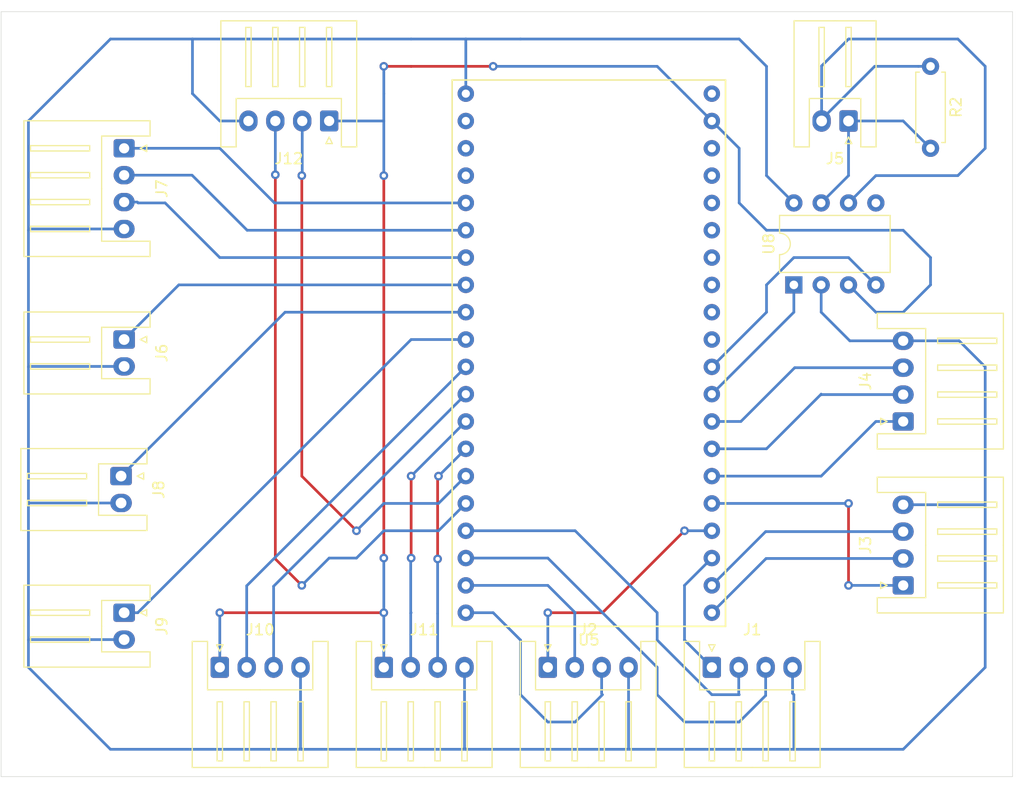
<source format=kicad_pcb>
(kicad_pcb (version 20171130) (host pcbnew "(5.1.2)-2")

  (general
    (thickness 1.6)
    (drawings 4)
    (tracks 228)
    (zones 0)
    (modules 15)
    (nets 44)
  )

  (page A4)
  (layers
    (0 F.Cu signal)
    (31 B.Cu signal)
    (32 B.Adhes user)
    (33 F.Adhes user)
    (34 B.Paste user)
    (35 F.Paste user)
    (36 B.SilkS user)
    (37 F.SilkS user)
    (38 B.Mask user)
    (39 F.Mask user)
    (40 Dwgs.User user)
    (41 Cmts.User user)
    (42 Eco1.User user)
    (43 Eco2.User user)
    (44 Edge.Cuts user)
    (45 Margin user)
    (46 B.CrtYd user)
    (47 F.CrtYd user)
    (48 B.Fab user)
    (49 F.Fab user)
  )

  (setup
    (last_trace_width 0.25)
    (trace_clearance 0.2)
    (zone_clearance 0.508)
    (zone_45_only no)
    (trace_min 0.2)
    (via_size 0.8)
    (via_drill 0.4)
    (via_min_size 0.4)
    (via_min_drill 0.3)
    (uvia_size 0.3)
    (uvia_drill 0.1)
    (uvias_allowed no)
    (uvia_min_size 0.2)
    (uvia_min_drill 0.1)
    (edge_width 0.05)
    (segment_width 0.2)
    (pcb_text_width 0.3)
    (pcb_text_size 1.5 1.5)
    (mod_edge_width 0.12)
    (mod_text_size 1 1)
    (mod_text_width 0.15)
    (pad_size 1.524 1.524)
    (pad_drill 0.762)
    (pad_to_mask_clearance 0.051)
    (solder_mask_min_width 0.25)
    (aux_axis_origin 0 0)
    (visible_elements 7FFFFFFF)
    (pcbplotparams
      (layerselection 0x010fc_ffffffff)
      (usegerberextensions false)
      (usegerberattributes false)
      (usegerberadvancedattributes false)
      (creategerberjobfile false)
      (excludeedgelayer true)
      (linewidth 0.100000)
      (plotframeref false)
      (viasonmask false)
      (mode 1)
      (useauxorigin false)
      (hpglpennumber 1)
      (hpglpenspeed 20)
      (hpglpendiameter 15.000000)
      (psnegative false)
      (psa4output false)
      (plotreference true)
      (plotvalue true)
      (plotinvisibletext false)
      (padsonsilk false)
      (subtractmaskfromsilk false)
      (outputformat 1)
      (mirror false)
      (drillshape 1)
      (scaleselection 1)
      (outputdirectory ""))
  )

  (net 0 "")
  (net 1 GND)
  (net 2 +5V)
  (net 3 CAN_H)
  (net 4 CAN_L)
  (net 5 IO_1A)
  (net 6 IO_1B)
  (net 7 PWM_1)
  (net 8 PWM_2)
  (net 9 IO_2B)
  (net 10 IO_2A)
  (net 11 "Net-(U5-Pad2)")
  (net 12 "Net-(U5-Pad3)")
  (net 13 "Net-(U5-Pad4)")
  (net 14 CAN_rd)
  (net 15 CAN_td)
  (net 16 "Net-(U5-Pad31)")
  (net 17 "Net-(U5-Pad32)")
  (net 18 "Net-(U5-Pad33)")
  (net 19 "Net-(U5-Pad34)")
  (net 20 "Net-(U5-Pad35)")
  (net 21 "Net-(U5-Pad36)")
  (net 22 "Net-(U5-Pad37)")
  (net 23 "Net-(U5-Pad38)")
  (net 24 "Net-(U5-Pad40)")
  (net 25 "Net-(U8-Pad5)")
  (net 26 sw1)
  (net 27 air_2)
  (net 28 air_1)
  (net 29 sw2)
  (net 30 sw3)
  (net 31 IO_3B)
  (net 32 IO_3A)
  (net 33 PWM_3)
  (net 34 IO_4B)
  (net 35 IO_4A)
  (net 36 PWM_4)
  (net 37 enc_1A)
  (net 38 enc_1B)
  (net 39 enc_2B)
  (net 40 enc_2A)
  (net 41 air_3)
  (net 42 enc_3A)
  (net 43 enc_3B)

  (net_class Default "これはデフォルトのネット クラスです。"
    (clearance 0.2)
    (trace_width 0.25)
    (via_dia 0.8)
    (via_drill 0.4)
    (uvia_dia 0.3)
    (uvia_drill 0.1)
    (add_net +5V)
    (add_net CAN_H)
    (add_net CAN_L)
    (add_net CAN_rd)
    (add_net CAN_td)
    (add_net GND)
    (add_net IO_1A)
    (add_net IO_1B)
    (add_net IO_2A)
    (add_net IO_2B)
    (add_net IO_3A)
    (add_net IO_3B)
    (add_net IO_4A)
    (add_net IO_4B)
    (add_net "Net-(U5-Pad2)")
    (add_net "Net-(U5-Pad3)")
    (add_net "Net-(U5-Pad31)")
    (add_net "Net-(U5-Pad32)")
    (add_net "Net-(U5-Pad33)")
    (add_net "Net-(U5-Pad34)")
    (add_net "Net-(U5-Pad35)")
    (add_net "Net-(U5-Pad36)")
    (add_net "Net-(U5-Pad37)")
    (add_net "Net-(U5-Pad38)")
    (add_net "Net-(U5-Pad4)")
    (add_net "Net-(U5-Pad40)")
    (add_net "Net-(U8-Pad5)")
    (add_net PWM_1)
    (add_net PWM_2)
    (add_net PWM_3)
    (add_net PWM_4)
    (add_net air_1)
    (add_net air_2)
    (add_net air_3)
    (add_net enc_1A)
    (add_net enc_1B)
    (add_net enc_2A)
    (add_net enc_2B)
    (add_net enc_3A)
    (add_net enc_3B)
    (add_net sw1)
    (add_net sw2)
    (add_net sw3)
  )

  (module Connector_JST:JST_XH_S4B-XH-A_1x04_P2.50mm_Horizontal (layer F.Cu) (tedit 5C281475) (tstamp 5D726E58)
    (at 149.86 124.46)
    (descr "JST XH series connector, S4B-XH-A (http://www.jst-mfg.com/product/pdf/eng/eXH.pdf), generated with kicad-footprint-generator")
    (tags "connector JST XH horizontal")
    (path /5D262B6F)
    (fp_text reference J2 (at 3.75 -3.5) (layer F.SilkS)
      (effects (font (size 1 1) (thickness 0.15)))
    )
    (fp_text value Conn_01x04_Male (at 3.75 10.4) (layer F.Fab)
      (effects (font (size 1 1) (thickness 0.15)))
    )
    (fp_line (start -2.95 -2.8) (end -2.95 9.7) (layer F.CrtYd) (width 0.05))
    (fp_line (start -2.95 9.7) (end 10.45 9.7) (layer F.CrtYd) (width 0.05))
    (fp_line (start 10.45 9.7) (end 10.45 -2.8) (layer F.CrtYd) (width 0.05))
    (fp_line (start 10.45 -2.8) (end -2.95 -2.8) (layer F.CrtYd) (width 0.05))
    (fp_line (start 3.75 9.31) (end -2.56 9.31) (layer F.SilkS) (width 0.12))
    (fp_line (start -2.56 9.31) (end -2.56 -2.41) (layer F.SilkS) (width 0.12))
    (fp_line (start -2.56 -2.41) (end -1.14 -2.41) (layer F.SilkS) (width 0.12))
    (fp_line (start -1.14 -2.41) (end -1.14 2.09) (layer F.SilkS) (width 0.12))
    (fp_line (start -1.14 2.09) (end 3.75 2.09) (layer F.SilkS) (width 0.12))
    (fp_line (start 3.75 9.31) (end 10.06 9.31) (layer F.SilkS) (width 0.12))
    (fp_line (start 10.06 9.31) (end 10.06 -2.41) (layer F.SilkS) (width 0.12))
    (fp_line (start 10.06 -2.41) (end 8.64 -2.41) (layer F.SilkS) (width 0.12))
    (fp_line (start 8.64 -2.41) (end 8.64 2.09) (layer F.SilkS) (width 0.12))
    (fp_line (start 8.64 2.09) (end 3.75 2.09) (layer F.SilkS) (width 0.12))
    (fp_line (start 3.75 9.2) (end -2.45 9.2) (layer F.Fab) (width 0.1))
    (fp_line (start -2.45 9.2) (end -2.45 -2.3) (layer F.Fab) (width 0.1))
    (fp_line (start -2.45 -2.3) (end -1.25 -2.3) (layer F.Fab) (width 0.1))
    (fp_line (start -1.25 -2.3) (end -1.25 2.2) (layer F.Fab) (width 0.1))
    (fp_line (start -1.25 2.2) (end 3.75 2.2) (layer F.Fab) (width 0.1))
    (fp_line (start 3.75 9.2) (end 9.95 9.2) (layer F.Fab) (width 0.1))
    (fp_line (start 9.95 9.2) (end 9.95 -2.3) (layer F.Fab) (width 0.1))
    (fp_line (start 9.95 -2.3) (end 8.75 -2.3) (layer F.Fab) (width 0.1))
    (fp_line (start 8.75 -2.3) (end 8.75 2.2) (layer F.Fab) (width 0.1))
    (fp_line (start 8.75 2.2) (end 3.75 2.2) (layer F.Fab) (width 0.1))
    (fp_line (start -0.25 3.2) (end -0.25 8.7) (layer F.SilkS) (width 0.12))
    (fp_line (start -0.25 8.7) (end 0.25 8.7) (layer F.SilkS) (width 0.12))
    (fp_line (start 0.25 8.7) (end 0.25 3.2) (layer F.SilkS) (width 0.12))
    (fp_line (start 0.25 3.2) (end -0.25 3.2) (layer F.SilkS) (width 0.12))
    (fp_line (start 2.25 3.2) (end 2.25 8.7) (layer F.SilkS) (width 0.12))
    (fp_line (start 2.25 8.7) (end 2.75 8.7) (layer F.SilkS) (width 0.12))
    (fp_line (start 2.75 8.7) (end 2.75 3.2) (layer F.SilkS) (width 0.12))
    (fp_line (start 2.75 3.2) (end 2.25 3.2) (layer F.SilkS) (width 0.12))
    (fp_line (start 4.75 3.2) (end 4.75 8.7) (layer F.SilkS) (width 0.12))
    (fp_line (start 4.75 8.7) (end 5.25 8.7) (layer F.SilkS) (width 0.12))
    (fp_line (start 5.25 8.7) (end 5.25 3.2) (layer F.SilkS) (width 0.12))
    (fp_line (start 5.25 3.2) (end 4.75 3.2) (layer F.SilkS) (width 0.12))
    (fp_line (start 7.25 3.2) (end 7.25 8.7) (layer F.SilkS) (width 0.12))
    (fp_line (start 7.25 8.7) (end 7.75 8.7) (layer F.SilkS) (width 0.12))
    (fp_line (start 7.75 8.7) (end 7.75 3.2) (layer F.SilkS) (width 0.12))
    (fp_line (start 7.75 3.2) (end 7.25 3.2) (layer F.SilkS) (width 0.12))
    (fp_line (start 0 -1.5) (end -0.3 -2.1) (layer F.SilkS) (width 0.12))
    (fp_line (start -0.3 -2.1) (end 0.3 -2.1) (layer F.SilkS) (width 0.12))
    (fp_line (start 0.3 -2.1) (end 0 -1.5) (layer F.SilkS) (width 0.12))
    (fp_line (start -0.625 2.2) (end 0 1.2) (layer F.Fab) (width 0.1))
    (fp_line (start 0 1.2) (end 0.625 2.2) (layer F.Fab) (width 0.1))
    (fp_text user %R (at 3.75 3.45) (layer F.Fab)
      (effects (font (size 1 1) (thickness 0.15)))
    )
    (pad 1 thru_hole roundrect (at 0 0) (size 1.7 1.95) (drill 0.95) (layers *.Cu *.Mask) (roundrect_rratio 0.147059)
      (net 8 PWM_2))
    (pad 2 thru_hole oval (at 2.5 0) (size 1.7 1.95) (drill 0.95) (layers *.Cu *.Mask)
      (net 10 IO_2A))
    (pad 3 thru_hole oval (at 5 0) (size 1.7 1.95) (drill 0.95) (layers *.Cu *.Mask)
      (net 9 IO_2B))
    (pad 4 thru_hole oval (at 7.5 0) (size 1.7 1.95) (drill 0.95) (layers *.Cu *.Mask)
      (net 1 GND))
    (model ${KISYS3DMOD}/Connector_JST.3dshapes/JST_XH_S4B-XH-A_1x04_P2.50mm_Horizontal.wrl
      (at (xyz 0 0 0))
      (scale (xyz 1 1 1))
      (rotate (xyz 0 0 0))
    )
  )

  (module Package_DIP:DIP-8_W7.62mm (layer F.Cu) (tedit 5A02E8C5) (tstamp 5D14D27E)
    (at 172.72 88.9 90)
    (descr "8-lead though-hole mounted DIP package, row spacing 7.62 mm (300 mils)")
    (tags "THT DIP DIL PDIP 2.54mm 7.62mm 300mil")
    (path /5D20895E)
    (fp_text reference U8 (at 3.81 -2.33 90) (layer F.SilkS)
      (effects (font (size 1 1) (thickness 0.15)))
    )
    (fp_text value MCP2561-E-P (at 5.08 10.16 270) (layer F.Fab)
      (effects (font (size 1 1) (thickness 0.15)))
    )
    (fp_text user %R (at 7.62 3.81 90) (layer F.Fab)
      (effects (font (size 1 1) (thickness 0.15)))
    )
    (fp_line (start 8.7 -1.55) (end -1.1 -1.55) (layer F.CrtYd) (width 0.05))
    (fp_line (start 8.7 9.15) (end 8.7 -1.55) (layer F.CrtYd) (width 0.05))
    (fp_line (start -1.1 9.15) (end 8.7 9.15) (layer F.CrtYd) (width 0.05))
    (fp_line (start -1.1 -1.55) (end -1.1 9.15) (layer F.CrtYd) (width 0.05))
    (fp_line (start 6.46 -1.33) (end 4.81 -1.33) (layer F.SilkS) (width 0.12))
    (fp_line (start 6.46 8.95) (end 6.46 -1.33) (layer F.SilkS) (width 0.12))
    (fp_line (start 1.16 8.95) (end 6.46 8.95) (layer F.SilkS) (width 0.12))
    (fp_line (start 1.16 -1.33) (end 1.16 8.95) (layer F.SilkS) (width 0.12))
    (fp_line (start 2.81 -1.33) (end 1.16 -1.33) (layer F.SilkS) (width 0.12))
    (fp_line (start 0.635 -0.27) (end 1.635 -1.27) (layer F.Fab) (width 0.1))
    (fp_line (start 0.635 8.89) (end 0.635 -0.27) (layer F.Fab) (width 0.1))
    (fp_line (start 6.985 8.89) (end 0.635 8.89) (layer F.Fab) (width 0.1))
    (fp_line (start 6.985 -1.27) (end 6.985 8.89) (layer F.Fab) (width 0.1))
    (fp_line (start 1.635 -1.27) (end 6.985 -1.27) (layer F.Fab) (width 0.1))
    (fp_arc (start 3.81 -1.33) (end 2.81 -1.33) (angle -180) (layer F.SilkS) (width 0.12))
    (pad 8 thru_hole oval (at 7.62 0 90) (size 1.6 1.6) (drill 0.8) (layers *.Cu *.Mask)
      (net 1 GND))
    (pad 4 thru_hole oval (at 0 7.62 90) (size 1.6 1.6) (drill 0.8) (layers *.Cu *.Mask)
      (net 14 CAN_rd))
    (pad 7 thru_hole oval (at 7.62 2.54 90) (size 1.6 1.6) (drill 0.8) (layers *.Cu *.Mask)
      (net 3 CAN_H))
    (pad 3 thru_hole oval (at 0 5.08 90) (size 1.6 1.6) (drill 0.8) (layers *.Cu *.Mask)
      (net 2 +5V))
    (pad 6 thru_hole oval (at 7.62 5.08 90) (size 1.6 1.6) (drill 0.8) (layers *.Cu *.Mask)
      (net 4 CAN_L))
    (pad 2 thru_hole oval (at 0 2.54 90) (size 1.6 1.6) (drill 0.8) (layers *.Cu *.Mask)
      (net 1 GND))
    (pad 5 thru_hole oval (at 7.62 7.62 90) (size 1.6 1.6) (drill 0.8) (layers *.Cu *.Mask)
      (net 25 "Net-(U8-Pad5)"))
    (pad 1 thru_hole rect (at 0 0 90) (size 1.6 1.6) (drill 0.8) (layers *.Cu *.Mask)
      (net 15 CAN_td))
    (model ${KISYS3DMOD}/Package_DIP.3dshapes/DIP-8_W7.62mm.wrl
      (at (xyz 0 0 0))
      (scale (xyz 1 1 1))
      (rotate (xyz 0 0 0))
    )
  )

  (module MyFootprint:LPC1768 (layer F.Cu) (tedit 5D2532FC) (tstamp 5D265AAF)
    (at 153.67 95.25)
    (path /5D16AC0C)
    (fp_text reference U5 (at 0 26.67) (layer F.SilkS)
      (effects (font (size 1 1) (thickness 0.15)))
    )
    (fp_text value LPC1768 (at 0 -26.67) (layer F.Fab)
      (effects (font (size 1 1) (thickness 0.15)))
    )
    (fp_line (start -12.7 -25.4) (end -12.7 25.4) (layer F.SilkS) (width 0.15))
    (fp_line (start -12.7 25.4) (end 12.7 25.4) (layer F.SilkS) (width 0.15))
    (fp_line (start 12.7 25.4) (end 12.7 -25.4) (layer F.SilkS) (width 0.15))
    (fp_line (start 12.7 -25.4) (end -12.7 -25.4) (layer F.SilkS) (width 0.15))
    (pad 1 thru_hole circle (at -11.43 -24.13) (size 1.524 1.524) (drill 0.762) (layers *.Cu *.Mask)
      (net 1 GND))
    (pad 2 thru_hole circle (at -11.43 -21.59) (size 1.524 1.524) (drill 0.762) (layers *.Cu *.Mask)
      (net 11 "Net-(U5-Pad2)"))
    (pad 3 thru_hole circle (at -11.43 -19.05) (size 1.524 1.524) (drill 0.762) (layers *.Cu *.Mask)
      (net 12 "Net-(U5-Pad3)"))
    (pad 4 thru_hole circle (at -11.43 -16.51) (size 1.524 1.524) (drill 0.762) (layers *.Cu *.Mask)
      (net 13 "Net-(U5-Pad4)"))
    (pad 5 thru_hole circle (at -11.43 -13.97) (size 1.524 1.524) (drill 0.762) (layers *.Cu *.Mask)
      (net 28 air_1))
    (pad 6 thru_hole circle (at -11.43 -11.43) (size 1.524 1.524) (drill 0.762) (layers *.Cu *.Mask)
      (net 27 air_2))
    (pad 7 thru_hole circle (at -11.43 -8.89) (size 1.524 1.524) (drill 0.762) (layers *.Cu *.Mask)
      (net 41 air_3))
    (pad 8 thru_hole circle (at -11.43 -6.35) (size 1.524 1.524) (drill 0.762) (layers *.Cu *.Mask)
      (net 26 sw1))
    (pad 9 thru_hole circle (at -11.43 -3.81) (size 1.524 1.524) (drill 0.762) (layers *.Cu *.Mask)
      (net 29 sw2))
    (pad 10 thru_hole circle (at -11.43 -1.27) (size 1.524 1.524) (drill 0.762) (layers *.Cu *.Mask)
      (net 30 sw3))
    (pad 11 thru_hole circle (at -11.43 1.27) (size 1.524 1.524) (drill 0.762) (layers *.Cu *.Mask)
      (net 37 enc_1A))
    (pad 12 thru_hole circle (at -11.43 3.81) (size 1.524 1.524) (drill 0.762) (layers *.Cu *.Mask)
      (net 38 enc_1B))
    (pad 13 thru_hole circle (at -11.43 6.35) (size 1.524 1.524) (drill 0.762) (layers *.Cu *.Mask)
      (net 40 enc_2A))
    (pad 14 thru_hole circle (at -11.43 8.89) (size 1.524 1.524) (drill 0.762) (layers *.Cu *.Mask)
      (net 39 enc_2B))
    (pad 15 thru_hole circle (at -11.43 11.43) (size 1.524 1.524) (drill 0.762) (layers *.Cu *.Mask)
      (net 42 enc_3A))
    (pad 16 thru_hole circle (at -11.43 13.97) (size 1.524 1.524) (drill 0.762) (layers *.Cu *.Mask)
      (net 43 enc_3B))
    (pad 17 thru_hole circle (at -11.43 16.51) (size 1.524 1.524) (drill 0.762) (layers *.Cu *.Mask)
      (net 5 IO_1A))
    (pad 18 thru_hole circle (at -11.43 19.05) (size 1.524 1.524) (drill 0.762) (layers *.Cu *.Mask)
      (net 6 IO_1B))
    (pad 19 thru_hole circle (at -11.43 21.59) (size 1.524 1.524) (drill 0.762) (layers *.Cu *.Mask)
      (net 10 IO_2A))
    (pad 20 thru_hole circle (at -11.43 24.13) (size 1.524 1.524) (drill 0.762) (layers *.Cu *.Mask)
      (net 9 IO_2B))
    (pad 21 thru_hole circle (at 11.43 24.13) (size 1.524 1.524) (drill 0.762) (layers *.Cu *.Mask)
      (net 32 IO_3A))
    (pad 22 thru_hole circle (at 11.43 21.59) (size 1.524 1.524) (drill 0.762) (layers *.Cu *.Mask)
      (net 31 IO_3B))
    (pad 23 thru_hole circle (at 11.43 19.05) (size 1.524 1.524) (drill 0.762) (layers *.Cu *.Mask)
      (net 7 PWM_1))
    (pad 24 thru_hole circle (at 11.43 16.51) (size 1.524 1.524) (drill 0.762) (layers *.Cu *.Mask)
      (net 8 PWM_2))
    (pad 25 thru_hole circle (at 11.43 13.97) (size 1.524 1.524) (drill 0.762) (layers *.Cu *.Mask)
      (net 33 PWM_3))
    (pad 26 thru_hole circle (at 11.43 11.43) (size 1.524 1.524) (drill 0.762) (layers *.Cu *.Mask)
      (net 36 PWM_4))
    (pad 27 thru_hole circle (at 11.43 8.89) (size 1.524 1.524) (drill 0.762) (layers *.Cu *.Mask)
      (net 35 IO_4A))
    (pad 28 thru_hole circle (at 11.43 6.35) (size 1.524 1.524) (drill 0.762) (layers *.Cu *.Mask)
      (net 34 IO_4B))
    (pad 29 thru_hole circle (at 11.43 3.81) (size 1.524 1.524) (drill 0.762) (layers *.Cu *.Mask)
      (net 15 CAN_td))
    (pad 30 thru_hole circle (at 11.43 1.27) (size 1.524 1.524) (drill 0.762) (layers *.Cu *.Mask)
      (net 14 CAN_rd))
    (pad 31 thru_hole circle (at 11.43 -1.27) (size 1.524 1.524) (drill 0.762) (layers *.Cu *.Mask)
      (net 16 "Net-(U5-Pad31)"))
    (pad 32 thru_hole circle (at 11.43 -3.81) (size 1.524 1.524) (drill 0.762) (layers *.Cu *.Mask)
      (net 17 "Net-(U5-Pad32)"))
    (pad 33 thru_hole circle (at 11.43 -6.35) (size 1.524 1.524) (drill 0.762) (layers *.Cu *.Mask)
      (net 18 "Net-(U5-Pad33)"))
    (pad 34 thru_hole circle (at 11.43 -8.89) (size 1.524 1.524) (drill 0.762) (layers *.Cu *.Mask)
      (net 19 "Net-(U5-Pad34)"))
    (pad 35 thru_hole circle (at 11.43 -11.43) (size 1.524 1.524) (drill 0.762) (layers *.Cu *.Mask)
      (net 20 "Net-(U5-Pad35)"))
    (pad 36 thru_hole circle (at 11.43 -13.97) (size 1.524 1.524) (drill 0.762) (layers *.Cu *.Mask)
      (net 21 "Net-(U5-Pad36)"))
    (pad 37 thru_hole circle (at 11.43 -16.51) (size 1.524 1.524) (drill 0.762) (layers *.Cu *.Mask)
      (net 22 "Net-(U5-Pad37)"))
    (pad 38 thru_hole circle (at 11.43 -19.05) (size 1.524 1.524) (drill 0.762) (layers *.Cu *.Mask)
      (net 23 "Net-(U5-Pad38)"))
    (pad 39 thru_hole circle (at 11.43 -21.59) (size 1.524 1.524) (drill 0.762) (layers *.Cu *.Mask)
      (net 2 +5V))
    (pad 40 thru_hole circle (at 11.43 -24.13) (size 1.524 1.524) (drill 0.762) (layers *.Cu *.Mask)
      (net 24 "Net-(U5-Pad40)"))
    (model ${KIPRJMOD}/lib/packges3d/lpc1768.wrl
      (offset (xyz 0 0 11))
      (scale (xyz 394 394 394))
      (rotate (xyz -90 0 180))
    )
  )

  (module Connector_JST:JST_XH_S2B-XH-A_1x02_P2.50mm_Horizontal (layer F.Cu) (tedit 5C281475) (tstamp 5D566B7D)
    (at 110.49 119.38 270)
    (descr "JST XH series connector, S2B-XH-A (http://www.jst-mfg.com/product/pdf/eng/eXH.pdf), generated with kicad-footprint-generator")
    (tags "connector JST XH horizontal")
    (path /5D5D0499)
    (fp_text reference J9 (at 1.25 -3.5 90) (layer F.SilkS)
      (effects (font (size 1 1) (thickness 0.15)))
    )
    (fp_text value Conn_01x02_Male (at 1.25 10.4 90) (layer F.Fab)
      (effects (font (size 1 1) (thickness 0.15)))
    )
    (fp_text user %R (at 2.54 3.45 90) (layer F.Fab)
      (effects (font (size 1 1) (thickness 0.15)))
    )
    (fp_line (start 0 1.2) (end 0.625 2.2) (layer F.Fab) (width 0.1))
    (fp_line (start -0.625 2.2) (end 0 1.2) (layer F.Fab) (width 0.1))
    (fp_line (start 0.3 -2.1) (end 0 -1.5) (layer F.SilkS) (width 0.12))
    (fp_line (start -0.3 -2.1) (end 0.3 -2.1) (layer F.SilkS) (width 0.12))
    (fp_line (start 0 -1.5) (end -0.3 -2.1) (layer F.SilkS) (width 0.12))
    (fp_line (start 2.75 3.2) (end 2.25 3.2) (layer F.SilkS) (width 0.12))
    (fp_line (start 2.75 8.7) (end 2.75 3.2) (layer F.SilkS) (width 0.12))
    (fp_line (start 2.25 8.7) (end 2.75 8.7) (layer F.SilkS) (width 0.12))
    (fp_line (start 2.25 3.2) (end 2.25 8.7) (layer F.SilkS) (width 0.12))
    (fp_line (start 0.25 3.2) (end -0.25 3.2) (layer F.SilkS) (width 0.12))
    (fp_line (start 0.25 8.7) (end 0.25 3.2) (layer F.SilkS) (width 0.12))
    (fp_line (start -0.25 8.7) (end 0.25 8.7) (layer F.SilkS) (width 0.12))
    (fp_line (start -0.25 3.2) (end -0.25 8.7) (layer F.SilkS) (width 0.12))
    (fp_line (start 3.75 2.2) (end 1.25 2.2) (layer F.Fab) (width 0.1))
    (fp_line (start 3.75 -2.3) (end 3.75 2.2) (layer F.Fab) (width 0.1))
    (fp_line (start 4.95 -2.3) (end 3.75 -2.3) (layer F.Fab) (width 0.1))
    (fp_line (start 4.95 9.2) (end 4.95 -2.3) (layer F.Fab) (width 0.1))
    (fp_line (start 1.25 9.2) (end 4.95 9.2) (layer F.Fab) (width 0.1))
    (fp_line (start -1.25 2.2) (end 1.25 2.2) (layer F.Fab) (width 0.1))
    (fp_line (start -1.25 -2.3) (end -1.25 2.2) (layer F.Fab) (width 0.1))
    (fp_line (start -2.45 -2.3) (end -1.25 -2.3) (layer F.Fab) (width 0.1))
    (fp_line (start -2.45 9.2) (end -2.45 -2.3) (layer F.Fab) (width 0.1))
    (fp_line (start 1.25 9.2) (end -2.45 9.2) (layer F.Fab) (width 0.1))
    (fp_line (start 3.64 2.09) (end 1.25 2.09) (layer F.SilkS) (width 0.12))
    (fp_line (start 3.64 -2.41) (end 3.64 2.09) (layer F.SilkS) (width 0.12))
    (fp_line (start 5.06 -2.41) (end 3.64 -2.41) (layer F.SilkS) (width 0.12))
    (fp_line (start 5.06 9.31) (end 5.06 -2.41) (layer F.SilkS) (width 0.12))
    (fp_line (start 1.25 9.31) (end 5.06 9.31) (layer F.SilkS) (width 0.12))
    (fp_line (start -1.14 2.09) (end 1.25 2.09) (layer F.SilkS) (width 0.12))
    (fp_line (start -1.14 -2.41) (end -1.14 2.09) (layer F.SilkS) (width 0.12))
    (fp_line (start -2.56 -2.41) (end -1.14 -2.41) (layer F.SilkS) (width 0.12))
    (fp_line (start -2.56 9.31) (end -2.56 -2.41) (layer F.SilkS) (width 0.12))
    (fp_line (start 1.25 9.31) (end -2.56 9.31) (layer F.SilkS) (width 0.12))
    (fp_line (start 5.45 -2.8) (end -2.95 -2.8) (layer F.CrtYd) (width 0.05))
    (fp_line (start 5.45 9.7) (end 5.45 -2.8) (layer F.CrtYd) (width 0.05))
    (fp_line (start -2.95 9.7) (end 5.45 9.7) (layer F.CrtYd) (width 0.05))
    (fp_line (start -2.95 -2.8) (end -2.95 9.7) (layer F.CrtYd) (width 0.05))
    (pad 2 thru_hole oval (at 2.5 0 270) (size 1.7 2) (drill 1) (layers *.Cu *.Mask)
      (net 1 GND))
    (pad 1 thru_hole roundrect (at 0 0 270) (size 1.7 2) (drill 1) (layers *.Cu *.Mask) (roundrect_rratio 0.147059)
      (net 30 sw3))
    (model ${KISYS3DMOD}/Connector_JST.3dshapes/JST_XH_S2B-XH-A_1x02_P2.50mm_Horizontal.wrl
      (at (xyz 0 0 0))
      (scale (xyz 1 1 1))
      (rotate (xyz 0 0 0))
    )
  )

  (module Connector_JST:JST_XH_S2B-XH-A_1x02_P2.50mm_Horizontal (layer F.Cu) (tedit 5C281475) (tstamp 5D566B51)
    (at 110.204999 106.68 270)
    (descr "JST XH series connector, S2B-XH-A (http://www.jst-mfg.com/product/pdf/eng/eXH.pdf), generated with kicad-footprint-generator")
    (tags "connector JST XH horizontal")
    (path /5D5D026C)
    (fp_text reference J8 (at 1.25 -3.5 90) (layer F.SilkS)
      (effects (font (size 1 1) (thickness 0.15)))
    )
    (fp_text value Conn_01x02_Male (at 1.25 10.4 90) (layer F.Fab)
      (effects (font (size 1 1) (thickness 0.15)))
    )
    (fp_text user %R (at 1.25 3.45 90) (layer F.Fab)
      (effects (font (size 1 1) (thickness 0.15)))
    )
    (fp_line (start 0 1.2) (end 0.625 2.2) (layer F.Fab) (width 0.1))
    (fp_line (start -0.625 2.2) (end 0 1.2) (layer F.Fab) (width 0.1))
    (fp_line (start 0.3 -2.1) (end 0 -1.5) (layer F.SilkS) (width 0.12))
    (fp_line (start -0.3 -2.1) (end 0.3 -2.1) (layer F.SilkS) (width 0.12))
    (fp_line (start 0 -1.5) (end -0.3 -2.1) (layer F.SilkS) (width 0.12))
    (fp_line (start 2.75 3.2) (end 2.25 3.2) (layer F.SilkS) (width 0.12))
    (fp_line (start 2.75 8.7) (end 2.75 3.2) (layer F.SilkS) (width 0.12))
    (fp_line (start 2.25 8.7) (end 2.75 8.7) (layer F.SilkS) (width 0.12))
    (fp_line (start 2.25 3.2) (end 2.25 8.7) (layer F.SilkS) (width 0.12))
    (fp_line (start 0.25 3.2) (end -0.25 3.2) (layer F.SilkS) (width 0.12))
    (fp_line (start 0.25 8.7) (end 0.25 3.2) (layer F.SilkS) (width 0.12))
    (fp_line (start -0.25 8.7) (end 0.25 8.7) (layer F.SilkS) (width 0.12))
    (fp_line (start -0.25 3.2) (end -0.25 8.7) (layer F.SilkS) (width 0.12))
    (fp_line (start 3.75 2.2) (end 1.25 2.2) (layer F.Fab) (width 0.1))
    (fp_line (start 3.75 -2.3) (end 3.75 2.2) (layer F.Fab) (width 0.1))
    (fp_line (start 4.95 -2.3) (end 3.75 -2.3) (layer F.Fab) (width 0.1))
    (fp_line (start 4.95 9.2) (end 4.95 -2.3) (layer F.Fab) (width 0.1))
    (fp_line (start 1.25 9.2) (end 4.95 9.2) (layer F.Fab) (width 0.1))
    (fp_line (start -1.25 2.2) (end 1.25 2.2) (layer F.Fab) (width 0.1))
    (fp_line (start -1.25 -2.3) (end -1.25 2.2) (layer F.Fab) (width 0.1))
    (fp_line (start -2.45 -2.3) (end -1.25 -2.3) (layer F.Fab) (width 0.1))
    (fp_line (start -2.45 9.2) (end -2.45 -2.3) (layer F.Fab) (width 0.1))
    (fp_line (start 1.25 9.2) (end -2.45 9.2) (layer F.Fab) (width 0.1))
    (fp_line (start 3.64 2.09) (end 1.25 2.09) (layer F.SilkS) (width 0.12))
    (fp_line (start 3.64 -2.41) (end 3.64 2.09) (layer F.SilkS) (width 0.12))
    (fp_line (start 5.06 -2.41) (end 3.64 -2.41) (layer F.SilkS) (width 0.12))
    (fp_line (start 5.06 9.31) (end 5.06 -2.41) (layer F.SilkS) (width 0.12))
    (fp_line (start 1.25 9.31) (end 5.06 9.31) (layer F.SilkS) (width 0.12))
    (fp_line (start -1.14 2.09) (end 1.25 2.09) (layer F.SilkS) (width 0.12))
    (fp_line (start -1.14 -2.41) (end -1.14 2.09) (layer F.SilkS) (width 0.12))
    (fp_line (start -2.56 -2.41) (end -1.14 -2.41) (layer F.SilkS) (width 0.12))
    (fp_line (start -2.56 9.31) (end -2.56 -2.41) (layer F.SilkS) (width 0.12))
    (fp_line (start 1.25 9.31) (end -2.56 9.31) (layer F.SilkS) (width 0.12))
    (fp_line (start 5.45 -2.8) (end -2.95 -2.8) (layer F.CrtYd) (width 0.05))
    (fp_line (start 5.45 9.7) (end 5.45 -2.8) (layer F.CrtYd) (width 0.05))
    (fp_line (start -2.95 9.7) (end 5.45 9.7) (layer F.CrtYd) (width 0.05))
    (fp_line (start -2.95 -2.8) (end -2.95 9.7) (layer F.CrtYd) (width 0.05))
    (pad 2 thru_hole oval (at 2.5 0 270) (size 1.7 2) (drill 1) (layers *.Cu *.Mask)
      (net 1 GND))
    (pad 1 thru_hole roundrect (at 0 0 270) (size 1.7 2) (drill 1) (layers *.Cu *.Mask) (roundrect_rratio 0.147059)
      (net 29 sw2))
    (model ${KISYS3DMOD}/Connector_JST.3dshapes/JST_XH_S2B-XH-A_1x02_P2.50mm_Horizontal.wrl
      (at (xyz 0 0 0))
      (scale (xyz 1 1 1))
      (rotate (xyz 0 0 0))
    )
  )

  (module Connector_JST:JST_XH_S4B-XH-A_1x04_P2.50mm_Horizontal (layer F.Cu) (tedit 5C281475) (tstamp 5D566B25)
    (at 110.49 76.2 270)
    (descr "JST XH series connector, S4B-XH-A (http://www.jst-mfg.com/product/pdf/eng/eXH.pdf), generated with kicad-footprint-generator")
    (tags "connector JST XH horizontal")
    (path /5D5611C1)
    (fp_text reference J7 (at 3.75 -3.5 90) (layer F.SilkS)
      (effects (font (size 1 1) (thickness 0.15)))
    )
    (fp_text value Conn_01x04_Male (at 3.75 10.4 90) (layer F.Fab)
      (effects (font (size 1 1) (thickness 0.15)))
    )
    (fp_text user %R (at 3.75 3.45 90) (layer F.Fab)
      (effects (font (size 1 1) (thickness 0.15)))
    )
    (fp_line (start 0 1.2) (end 0.625 2.2) (layer F.Fab) (width 0.1))
    (fp_line (start -0.625 2.2) (end 0 1.2) (layer F.Fab) (width 0.1))
    (fp_line (start 0.3 -2.1) (end 0 -1.5) (layer F.SilkS) (width 0.12))
    (fp_line (start -0.3 -2.1) (end 0.3 -2.1) (layer F.SilkS) (width 0.12))
    (fp_line (start 0 -1.5) (end -0.3 -2.1) (layer F.SilkS) (width 0.12))
    (fp_line (start 7.75 3.2) (end 7.25 3.2) (layer F.SilkS) (width 0.12))
    (fp_line (start 7.75 8.7) (end 7.75 3.2) (layer F.SilkS) (width 0.12))
    (fp_line (start 7.25 8.7) (end 7.75 8.7) (layer F.SilkS) (width 0.12))
    (fp_line (start 7.25 3.2) (end 7.25 8.7) (layer F.SilkS) (width 0.12))
    (fp_line (start 5.25 3.2) (end 4.75 3.2) (layer F.SilkS) (width 0.12))
    (fp_line (start 5.25 8.7) (end 5.25 3.2) (layer F.SilkS) (width 0.12))
    (fp_line (start 4.75 8.7) (end 5.25 8.7) (layer F.SilkS) (width 0.12))
    (fp_line (start 4.75 3.2) (end 4.75 8.7) (layer F.SilkS) (width 0.12))
    (fp_line (start 2.75 3.2) (end 2.25 3.2) (layer F.SilkS) (width 0.12))
    (fp_line (start 2.75 8.7) (end 2.75 3.2) (layer F.SilkS) (width 0.12))
    (fp_line (start 2.25 8.7) (end 2.75 8.7) (layer F.SilkS) (width 0.12))
    (fp_line (start 2.25 3.2) (end 2.25 8.7) (layer F.SilkS) (width 0.12))
    (fp_line (start 0.25 3.2) (end -0.25 3.2) (layer F.SilkS) (width 0.12))
    (fp_line (start 0.25 8.7) (end 0.25 3.2) (layer F.SilkS) (width 0.12))
    (fp_line (start -0.25 8.7) (end 0.25 8.7) (layer F.SilkS) (width 0.12))
    (fp_line (start -0.25 3.2) (end -0.25 8.7) (layer F.SilkS) (width 0.12))
    (fp_line (start 8.75 2.2) (end 3.75 2.2) (layer F.Fab) (width 0.1))
    (fp_line (start 8.75 -2.3) (end 8.75 2.2) (layer F.Fab) (width 0.1))
    (fp_line (start 9.95 -2.3) (end 8.75 -2.3) (layer F.Fab) (width 0.1))
    (fp_line (start 9.95 9.2) (end 9.95 -2.3) (layer F.Fab) (width 0.1))
    (fp_line (start 3.75 9.2) (end 9.95 9.2) (layer F.Fab) (width 0.1))
    (fp_line (start -1.25 2.2) (end 3.75 2.2) (layer F.Fab) (width 0.1))
    (fp_line (start -1.25 -2.3) (end -1.25 2.2) (layer F.Fab) (width 0.1))
    (fp_line (start -2.45 -2.3) (end -1.25 -2.3) (layer F.Fab) (width 0.1))
    (fp_line (start -2.45 9.2) (end -2.45 -2.3) (layer F.Fab) (width 0.1))
    (fp_line (start 3.75 9.2) (end -2.45 9.2) (layer F.Fab) (width 0.1))
    (fp_line (start 8.64 2.09) (end 3.75 2.09) (layer F.SilkS) (width 0.12))
    (fp_line (start 8.64 -2.41) (end 8.64 2.09) (layer F.SilkS) (width 0.12))
    (fp_line (start 10.06 -2.41) (end 8.64 -2.41) (layer F.SilkS) (width 0.12))
    (fp_line (start 10.06 9.31) (end 10.06 -2.41) (layer F.SilkS) (width 0.12))
    (fp_line (start 3.75 9.31) (end 10.06 9.31) (layer F.SilkS) (width 0.12))
    (fp_line (start -1.14 2.09) (end 3.75 2.09) (layer F.SilkS) (width 0.12))
    (fp_line (start -1.14 -2.41) (end -1.14 2.09) (layer F.SilkS) (width 0.12))
    (fp_line (start -2.56 -2.41) (end -1.14 -2.41) (layer F.SilkS) (width 0.12))
    (fp_line (start -2.56 9.31) (end -2.56 -2.41) (layer F.SilkS) (width 0.12))
    (fp_line (start 3.75 9.31) (end -2.56 9.31) (layer F.SilkS) (width 0.12))
    (fp_line (start 10.45 -2.8) (end -2.95 -2.8) (layer F.CrtYd) (width 0.05))
    (fp_line (start 10.45 9.7) (end 10.45 -2.8) (layer F.CrtYd) (width 0.05))
    (fp_line (start -2.95 9.7) (end 10.45 9.7) (layer F.CrtYd) (width 0.05))
    (fp_line (start -2.95 -2.8) (end -2.95 9.7) (layer F.CrtYd) (width 0.05))
    (pad 4 thru_hole oval (at 7.5 0 270) (size 1.7 1.95) (drill 0.95) (layers *.Cu *.Mask)
      (net 1 GND))
    (pad 3 thru_hole oval (at 5 0 270) (size 1.7 1.95) (drill 0.95) (layers *.Cu *.Mask)
      (net 41 air_3))
    (pad 2 thru_hole oval (at 2.5 0 270) (size 1.7 1.95) (drill 0.95) (layers *.Cu *.Mask)
      (net 27 air_2))
    (pad 1 thru_hole roundrect (at 0 0 270) (size 1.7 1.95) (drill 0.95) (layers *.Cu *.Mask) (roundrect_rratio 0.147059)
      (net 28 air_1))
    (model ${KISYS3DMOD}/Connector_JST.3dshapes/JST_XH_S4B-XH-A_1x04_P2.50mm_Horizontal.wrl
      (at (xyz 0 0 0))
      (scale (xyz 1 1 1))
      (rotate (xyz 0 0 0))
    )
  )

  (module Connector_JST:JST_XH_S2B-XH-A_1x02_P2.50mm_Horizontal (layer F.Cu) (tedit 5C281475) (tstamp 5D566AEF)
    (at 110.49 93.98 270)
    (descr "JST XH series connector, S2B-XH-A (http://www.jst-mfg.com/product/pdf/eng/eXH.pdf), generated with kicad-footprint-generator")
    (tags "connector JST XH horizontal")
    (path /5D5CF74F)
    (fp_text reference J6 (at 1.25 -3.5 90) (layer F.SilkS)
      (effects (font (size 1 1) (thickness 0.15)))
    )
    (fp_text value Conn_01x02_Male (at 1.25 10.4 90) (layer F.Fab)
      (effects (font (size 1 1) (thickness 0.15)))
    )
    (fp_text user %R (at 1.25 3.45 90) (layer F.Fab)
      (effects (font (size 1 1) (thickness 0.15)))
    )
    (fp_line (start 0 1.2) (end 0.625 2.2) (layer F.Fab) (width 0.1))
    (fp_line (start -0.625 2.2) (end 0 1.2) (layer F.Fab) (width 0.1))
    (fp_line (start 0.3 -2.1) (end 0 -1.5) (layer F.SilkS) (width 0.12))
    (fp_line (start -0.3 -2.1) (end 0.3 -2.1) (layer F.SilkS) (width 0.12))
    (fp_line (start 0 -1.5) (end -0.3 -2.1) (layer F.SilkS) (width 0.12))
    (fp_line (start 2.75 3.2) (end 2.25 3.2) (layer F.SilkS) (width 0.12))
    (fp_line (start 2.75 8.7) (end 2.75 3.2) (layer F.SilkS) (width 0.12))
    (fp_line (start 2.25 8.7) (end 2.75 8.7) (layer F.SilkS) (width 0.12))
    (fp_line (start 2.25 3.2) (end 2.25 8.7) (layer F.SilkS) (width 0.12))
    (fp_line (start 0.25 3.2) (end -0.25 3.2) (layer F.SilkS) (width 0.12))
    (fp_line (start 0.25 8.7) (end 0.25 3.2) (layer F.SilkS) (width 0.12))
    (fp_line (start -0.25 8.7) (end 0.25 8.7) (layer F.SilkS) (width 0.12))
    (fp_line (start -0.25 3.2) (end -0.25 8.7) (layer F.SilkS) (width 0.12))
    (fp_line (start 3.75 2.2) (end 1.25 2.2) (layer F.Fab) (width 0.1))
    (fp_line (start 3.75 -2.3) (end 3.75 2.2) (layer F.Fab) (width 0.1))
    (fp_line (start 4.95 -2.3) (end 3.75 -2.3) (layer F.Fab) (width 0.1))
    (fp_line (start 4.95 9.2) (end 4.95 -2.3) (layer F.Fab) (width 0.1))
    (fp_line (start 1.25 9.2) (end 4.95 9.2) (layer F.Fab) (width 0.1))
    (fp_line (start -1.25 2.2) (end 1.25 2.2) (layer F.Fab) (width 0.1))
    (fp_line (start -1.25 -2.3) (end -1.25 2.2) (layer F.Fab) (width 0.1))
    (fp_line (start -2.45 -2.3) (end -1.25 -2.3) (layer F.Fab) (width 0.1))
    (fp_line (start -2.45 9.2) (end -2.45 -2.3) (layer F.Fab) (width 0.1))
    (fp_line (start 1.25 9.2) (end -2.45 9.2) (layer F.Fab) (width 0.1))
    (fp_line (start 3.64 2.09) (end 1.25 2.09) (layer F.SilkS) (width 0.12))
    (fp_line (start 3.64 -2.41) (end 3.64 2.09) (layer F.SilkS) (width 0.12))
    (fp_line (start 5.06 -2.41) (end 3.64 -2.41) (layer F.SilkS) (width 0.12))
    (fp_line (start 5.06 9.31) (end 5.06 -2.41) (layer F.SilkS) (width 0.12))
    (fp_line (start 1.25 9.31) (end 5.06 9.31) (layer F.SilkS) (width 0.12))
    (fp_line (start -1.14 2.09) (end 1.25 2.09) (layer F.SilkS) (width 0.12))
    (fp_line (start -1.14 -2.41) (end -1.14 2.09) (layer F.SilkS) (width 0.12))
    (fp_line (start -2.56 -2.41) (end -1.14 -2.41) (layer F.SilkS) (width 0.12))
    (fp_line (start -2.56 9.31) (end -2.56 -2.41) (layer F.SilkS) (width 0.12))
    (fp_line (start 1.25 9.31) (end -2.56 9.31) (layer F.SilkS) (width 0.12))
    (fp_line (start 5.45 -2.8) (end -2.95 -2.8) (layer F.CrtYd) (width 0.05))
    (fp_line (start 5.45 9.7) (end 5.45 -2.8) (layer F.CrtYd) (width 0.05))
    (fp_line (start -2.95 9.7) (end 5.45 9.7) (layer F.CrtYd) (width 0.05))
    (fp_line (start -2.95 -2.8) (end -2.95 9.7) (layer F.CrtYd) (width 0.05))
    (pad 2 thru_hole oval (at 2.5 0 270) (size 1.7 2) (drill 1) (layers *.Cu *.Mask)
      (net 1 GND))
    (pad 1 thru_hole roundrect (at 0 0 270) (size 1.7 2) (drill 1) (layers *.Cu *.Mask) (roundrect_rratio 0.147059)
      (net 26 sw1))
    (model ${KISYS3DMOD}/Connector_JST.3dshapes/JST_XH_S2B-XH-A_1x02_P2.50mm_Horizontal.wrl
      (at (xyz 0 0 0))
      (scale (xyz 1 1 1))
      (rotate (xyz 0 0 0))
    )
  )

  (module Connector_JST:JST_XH_S2B-XH-A_1x02_P2.50mm_Horizontal (layer F.Cu) (tedit 5C281475) (tstamp 5D265A7F)
    (at 177.8 73.66 180)
    (descr "JST XH series connector, S2B-XH-A (http://www.jst-mfg.com/product/pdf/eng/eXH.pdf), generated with kicad-footprint-generator")
    (tags "connector JST XH horizontal")
    (path /5D2671AB)
    (fp_text reference J5 (at 1.25 -3.5) (layer F.SilkS)
      (effects (font (size 1 1) (thickness 0.15)))
    )
    (fp_text value Conn_01x02_Male (at 1.25 10.4) (layer F.Fab)
      (effects (font (size 1 1) (thickness 0.15)))
    )
    (fp_text user %R (at 1.25 3.45) (layer F.Fab)
      (effects (font (size 1 1) (thickness 0.15)))
    )
    (fp_line (start 0 1.2) (end 0.625 2.2) (layer F.Fab) (width 0.1))
    (fp_line (start -0.625 2.2) (end 0 1.2) (layer F.Fab) (width 0.1))
    (fp_line (start 0.3 -2.1) (end 0 -1.5) (layer F.SilkS) (width 0.12))
    (fp_line (start -0.3 -2.1) (end 0.3 -2.1) (layer F.SilkS) (width 0.12))
    (fp_line (start 0 -1.5) (end -0.3 -2.1) (layer F.SilkS) (width 0.12))
    (fp_line (start 2.75 3.2) (end 2.25 3.2) (layer F.SilkS) (width 0.12))
    (fp_line (start 2.75 8.7) (end 2.75 3.2) (layer F.SilkS) (width 0.12))
    (fp_line (start 2.25 8.7) (end 2.75 8.7) (layer F.SilkS) (width 0.12))
    (fp_line (start 2.25 3.2) (end 2.25 8.7) (layer F.SilkS) (width 0.12))
    (fp_line (start 0.25 3.2) (end -0.25 3.2) (layer F.SilkS) (width 0.12))
    (fp_line (start 0.25 8.7) (end 0.25 3.2) (layer F.SilkS) (width 0.12))
    (fp_line (start -0.25 8.7) (end 0.25 8.7) (layer F.SilkS) (width 0.12))
    (fp_line (start -0.25 3.2) (end -0.25 8.7) (layer F.SilkS) (width 0.12))
    (fp_line (start 3.75 2.2) (end 1.25 2.2) (layer F.Fab) (width 0.1))
    (fp_line (start 3.75 -2.3) (end 3.75 2.2) (layer F.Fab) (width 0.1))
    (fp_line (start 4.95 -2.3) (end 3.75 -2.3) (layer F.Fab) (width 0.1))
    (fp_line (start 4.95 9.2) (end 4.95 -2.3) (layer F.Fab) (width 0.1))
    (fp_line (start 1.25 9.2) (end 4.95 9.2) (layer F.Fab) (width 0.1))
    (fp_line (start -1.25 2.2) (end 1.25 2.2) (layer F.Fab) (width 0.1))
    (fp_line (start -1.25 -2.3) (end -1.25 2.2) (layer F.Fab) (width 0.1))
    (fp_line (start -2.45 -2.3) (end -1.25 -2.3) (layer F.Fab) (width 0.1))
    (fp_line (start -2.45 9.2) (end -2.45 -2.3) (layer F.Fab) (width 0.1))
    (fp_line (start 1.25 9.2) (end -2.45 9.2) (layer F.Fab) (width 0.1))
    (fp_line (start 3.64 2.09) (end 1.25 2.09) (layer F.SilkS) (width 0.12))
    (fp_line (start 3.64 -2.41) (end 3.64 2.09) (layer F.SilkS) (width 0.12))
    (fp_line (start 5.06 -2.41) (end 3.64 -2.41) (layer F.SilkS) (width 0.12))
    (fp_line (start 5.06 9.31) (end 5.06 -2.41) (layer F.SilkS) (width 0.12))
    (fp_line (start 1.25 9.31) (end 5.06 9.31) (layer F.SilkS) (width 0.12))
    (fp_line (start -1.14 2.09) (end 1.25 2.09) (layer F.SilkS) (width 0.12))
    (fp_line (start -1.14 -2.41) (end -1.14 2.09) (layer F.SilkS) (width 0.12))
    (fp_line (start -2.56 -2.41) (end -1.14 -2.41) (layer F.SilkS) (width 0.12))
    (fp_line (start -2.56 9.31) (end -2.56 -2.41) (layer F.SilkS) (width 0.12))
    (fp_line (start 1.25 9.31) (end -2.56 9.31) (layer F.SilkS) (width 0.12))
    (fp_line (start 5.45 -2.8) (end -2.95 -2.8) (layer F.CrtYd) (width 0.05))
    (fp_line (start 5.45 9.7) (end 5.45 -2.8) (layer F.CrtYd) (width 0.05))
    (fp_line (start -2.95 9.7) (end 5.45 9.7) (layer F.CrtYd) (width 0.05))
    (fp_line (start -2.95 -2.8) (end -2.95 9.7) (layer F.CrtYd) (width 0.05))
    (pad 2 thru_hole oval (at 2.5 0 180) (size 1.7 2) (drill 1) (layers *.Cu *.Mask)
      (net 4 CAN_L))
    (pad 1 thru_hole roundrect (at 0 0 180) (size 1.7 2) (drill 1) (layers *.Cu *.Mask) (roundrect_rratio 0.147059)
      (net 3 CAN_H))
    (model ${KISYS3DMOD}/Connector_JST.3dshapes/JST_XH_S2B-XH-A_1x02_P2.50mm_Horizontal.wrl
      (at (xyz 0 0 0))
      (scale (xyz 1 1 1))
      (rotate (xyz 0 0 0))
    )
  )

  (module Resistor_THT:R_Axial_DIN0207_L6.3mm_D2.5mm_P7.62mm_Horizontal (layer F.Cu) (tedit 5AE5139B) (tstamp 5D1B0AF2)
    (at 185.42 68.58 270)
    (descr "Resistor, Axial_DIN0207 series, Axial, Horizontal, pin pitch=7.62mm, 0.25W = 1/4W, length*diameter=6.3*2.5mm^2, http://cdn-reichelt.de/documents/datenblatt/B400/1_4W%23YAG.pdf")
    (tags "Resistor Axial_DIN0207 series Axial Horizontal pin pitch 7.62mm 0.25W = 1/4W length 6.3mm diameter 2.5mm")
    (path /5D26553D)
    (fp_text reference R2 (at 3.81 -2.37 90) (layer F.SilkS)
      (effects (font (size 1 1) (thickness 0.15)))
    )
    (fp_text value R (at 3.81 2.37 90) (layer F.Fab)
      (effects (font (size 1 1) (thickness 0.15)))
    )
    (fp_text user %R (at 3.81 0 90) (layer F.Fab)
      (effects (font (size 1 1) (thickness 0.15)))
    )
    (fp_line (start 8.67 -1.5) (end -1.05 -1.5) (layer F.CrtYd) (width 0.05))
    (fp_line (start 8.67 1.5) (end 8.67 -1.5) (layer F.CrtYd) (width 0.05))
    (fp_line (start -1.05 1.5) (end 8.67 1.5) (layer F.CrtYd) (width 0.05))
    (fp_line (start -1.05 -1.5) (end -1.05 1.5) (layer F.CrtYd) (width 0.05))
    (fp_line (start 7.08 1.37) (end 7.08 1.04) (layer F.SilkS) (width 0.12))
    (fp_line (start 0.54 1.37) (end 7.08 1.37) (layer F.SilkS) (width 0.12))
    (fp_line (start 0.54 1.04) (end 0.54 1.37) (layer F.SilkS) (width 0.12))
    (fp_line (start 7.08 -1.37) (end 7.08 -1.04) (layer F.SilkS) (width 0.12))
    (fp_line (start 0.54 -1.37) (end 7.08 -1.37) (layer F.SilkS) (width 0.12))
    (fp_line (start 0.54 -1.04) (end 0.54 -1.37) (layer F.SilkS) (width 0.12))
    (fp_line (start 7.62 0) (end 6.96 0) (layer F.Fab) (width 0.1))
    (fp_line (start 0 0) (end 0.66 0) (layer F.Fab) (width 0.1))
    (fp_line (start 6.96 -1.25) (end 0.66 -1.25) (layer F.Fab) (width 0.1))
    (fp_line (start 6.96 1.25) (end 6.96 -1.25) (layer F.Fab) (width 0.1))
    (fp_line (start 0.66 1.25) (end 6.96 1.25) (layer F.Fab) (width 0.1))
    (fp_line (start 0.66 -1.25) (end 0.66 1.25) (layer F.Fab) (width 0.1))
    (pad 2 thru_hole oval (at 7.62 0 270) (size 1.6 1.6) (drill 0.8) (layers *.Cu *.Mask)
      (net 3 CAN_H))
    (pad 1 thru_hole circle (at 0 0 270) (size 1.6 1.6) (drill 0.8) (layers *.Cu *.Mask)
      (net 4 CAN_L))
    (model ${KISYS3DMOD}/Resistor_THT.3dshapes/R_Axial_DIN0207_L6.3mm_D2.5mm_P7.62mm_Horizontal.wrl
      (at (xyz 0 0 0))
      (scale (xyz 1 1 1))
      (rotate (xyz 0 0 0))
    )
  )

  (module Connector_JST:JST_XH_S4B-XH-A_1x04_P2.50mm_Horizontal (layer F.Cu) (tedit 5C281475) (tstamp 5D726DB9)
    (at 165.1 124.46)
    (descr "JST XH series connector, S4B-XH-A (http://www.jst-mfg.com/product/pdf/eng/eXH.pdf), generated with kicad-footprint-generator")
    (tags "connector JST XH horizontal")
    (path /5D260A05)
    (fp_text reference J1 (at 3.75 -3.5) (layer F.SilkS)
      (effects (font (size 1 1) (thickness 0.15)))
    )
    (fp_text value Conn_01x04_Male (at 3.75 10.4) (layer F.Fab)
      (effects (font (size 1 1) (thickness 0.15)))
    )
    (fp_text user %R (at 3.75 3.45) (layer F.Fab)
      (effects (font (size 1 1) (thickness 0.15)))
    )
    (fp_line (start 0 1.2) (end 0.625 2.2) (layer F.Fab) (width 0.1))
    (fp_line (start -0.625 2.2) (end 0 1.2) (layer F.Fab) (width 0.1))
    (fp_line (start 0.3 -2.1) (end 0 -1.5) (layer F.SilkS) (width 0.12))
    (fp_line (start -0.3 -2.1) (end 0.3 -2.1) (layer F.SilkS) (width 0.12))
    (fp_line (start 0 -1.5) (end -0.3 -2.1) (layer F.SilkS) (width 0.12))
    (fp_line (start 7.75 3.2) (end 7.25 3.2) (layer F.SilkS) (width 0.12))
    (fp_line (start 7.75 8.7) (end 7.75 3.2) (layer F.SilkS) (width 0.12))
    (fp_line (start 7.25 8.7) (end 7.75 8.7) (layer F.SilkS) (width 0.12))
    (fp_line (start 7.25 3.2) (end 7.25 8.7) (layer F.SilkS) (width 0.12))
    (fp_line (start 5.25 3.2) (end 4.75 3.2) (layer F.SilkS) (width 0.12))
    (fp_line (start 5.25 8.7) (end 5.25 3.2) (layer F.SilkS) (width 0.12))
    (fp_line (start 4.75 8.7) (end 5.25 8.7) (layer F.SilkS) (width 0.12))
    (fp_line (start 4.75 3.2) (end 4.75 8.7) (layer F.SilkS) (width 0.12))
    (fp_line (start 2.75 3.2) (end 2.25 3.2) (layer F.SilkS) (width 0.12))
    (fp_line (start 2.75 8.7) (end 2.75 3.2) (layer F.SilkS) (width 0.12))
    (fp_line (start 2.25 8.7) (end 2.75 8.7) (layer F.SilkS) (width 0.12))
    (fp_line (start 2.25 3.2) (end 2.25 8.7) (layer F.SilkS) (width 0.12))
    (fp_line (start 0.25 3.2) (end -0.25 3.2) (layer F.SilkS) (width 0.12))
    (fp_line (start 0.25 8.7) (end 0.25 3.2) (layer F.SilkS) (width 0.12))
    (fp_line (start -0.25 8.7) (end 0.25 8.7) (layer F.SilkS) (width 0.12))
    (fp_line (start -0.25 3.2) (end -0.25 8.7) (layer F.SilkS) (width 0.12))
    (fp_line (start 8.75 2.2) (end 3.75 2.2) (layer F.Fab) (width 0.1))
    (fp_line (start 8.75 -2.3) (end 8.75 2.2) (layer F.Fab) (width 0.1))
    (fp_line (start 9.95 -2.3) (end 8.75 -2.3) (layer F.Fab) (width 0.1))
    (fp_line (start 9.95 9.2) (end 9.95 -2.3) (layer F.Fab) (width 0.1))
    (fp_line (start 3.75 9.2) (end 9.95 9.2) (layer F.Fab) (width 0.1))
    (fp_line (start -1.25 2.2) (end 3.75 2.2) (layer F.Fab) (width 0.1))
    (fp_line (start -1.25 -2.3) (end -1.25 2.2) (layer F.Fab) (width 0.1))
    (fp_line (start -2.45 -2.3) (end -1.25 -2.3) (layer F.Fab) (width 0.1))
    (fp_line (start -2.45 9.2) (end -2.45 -2.3) (layer F.Fab) (width 0.1))
    (fp_line (start 3.75 9.2) (end -2.45 9.2) (layer F.Fab) (width 0.1))
    (fp_line (start 8.64 2.09) (end 3.75 2.09) (layer F.SilkS) (width 0.12))
    (fp_line (start 8.64 -2.41) (end 8.64 2.09) (layer F.SilkS) (width 0.12))
    (fp_line (start 10.06 -2.41) (end 8.64 -2.41) (layer F.SilkS) (width 0.12))
    (fp_line (start 10.06 9.31) (end 10.06 -2.41) (layer F.SilkS) (width 0.12))
    (fp_line (start 3.75 9.31) (end 10.06 9.31) (layer F.SilkS) (width 0.12))
    (fp_line (start -1.14 2.09) (end 3.75 2.09) (layer F.SilkS) (width 0.12))
    (fp_line (start -1.14 -2.41) (end -1.14 2.09) (layer F.SilkS) (width 0.12))
    (fp_line (start -2.56 -2.41) (end -1.14 -2.41) (layer F.SilkS) (width 0.12))
    (fp_line (start -2.56 9.31) (end -2.56 -2.41) (layer F.SilkS) (width 0.12))
    (fp_line (start 3.75 9.31) (end -2.56 9.31) (layer F.SilkS) (width 0.12))
    (fp_line (start 10.45 -2.8) (end -2.95 -2.8) (layer F.CrtYd) (width 0.05))
    (fp_line (start 10.45 9.7) (end 10.45 -2.8) (layer F.CrtYd) (width 0.05))
    (fp_line (start -2.95 9.7) (end 10.45 9.7) (layer F.CrtYd) (width 0.05))
    (fp_line (start -2.95 -2.8) (end -2.95 9.7) (layer F.CrtYd) (width 0.05))
    (pad 4 thru_hole oval (at 7.5 0) (size 1.7 1.95) (drill 0.95) (layers *.Cu *.Mask)
      (net 1 GND))
    (pad 3 thru_hole oval (at 5 0) (size 1.7 1.95) (drill 0.95) (layers *.Cu *.Mask)
      (net 6 IO_1B))
    (pad 2 thru_hole oval (at 2.5 0) (size 1.7 1.95) (drill 0.95) (layers *.Cu *.Mask)
      (net 5 IO_1A))
    (pad 1 thru_hole roundrect (at 0 0) (size 1.7 1.95) (drill 0.95) (layers *.Cu *.Mask) (roundrect_rratio 0.147059)
      (net 7 PWM_1))
    (model ${KISYS3DMOD}/Connector_JST.3dshapes/JST_XH_S4B-XH-A_1x04_P2.50mm_Horizontal.wrl
      (at (xyz 0 0 0))
      (scale (xyz 1 1 1))
      (rotate (xyz 0 0 0))
    )
  )

  (module Connector_JST:JST_XH_S4B-XH-A_1x04_P2.50mm_Horizontal (layer F.Cu) (tedit 5C281475) (tstamp 5D26537A)
    (at 182.88 116.84 90)
    (descr "JST XH series connector, S4B-XH-A (http://www.jst-mfg.com/product/pdf/eng/eXH.pdf), generated with kicad-footprint-generator")
    (tags "connector JST XH horizontal")
    (path /5D2636F6)
    (fp_text reference J3 (at 3.75 -3.5 90) (layer F.SilkS)
      (effects (font (size 1 1) (thickness 0.15)))
    )
    (fp_text value Conn_01x04_Male (at 3.75 10.4 90) (layer F.Fab)
      (effects (font (size 1 1) (thickness 0.15)))
    )
    (fp_text user %R (at 3.75 3.45 90) (layer F.Fab)
      (effects (font (size 1 1) (thickness 0.15)))
    )
    (fp_line (start 0 1.2) (end 0.625 2.2) (layer F.Fab) (width 0.1))
    (fp_line (start -0.625 2.2) (end 0 1.2) (layer F.Fab) (width 0.1))
    (fp_line (start 0.3 -2.1) (end 0 -1.5) (layer F.SilkS) (width 0.12))
    (fp_line (start -0.3 -2.1) (end 0.3 -2.1) (layer F.SilkS) (width 0.12))
    (fp_line (start 0 -1.5) (end -0.3 -2.1) (layer F.SilkS) (width 0.12))
    (fp_line (start 7.75 3.2) (end 7.25 3.2) (layer F.SilkS) (width 0.12))
    (fp_line (start 7.75 8.7) (end 7.75 3.2) (layer F.SilkS) (width 0.12))
    (fp_line (start 7.25 8.7) (end 7.75 8.7) (layer F.SilkS) (width 0.12))
    (fp_line (start 7.25 3.2) (end 7.25 8.7) (layer F.SilkS) (width 0.12))
    (fp_line (start 5.25 3.2) (end 4.75 3.2) (layer F.SilkS) (width 0.12))
    (fp_line (start 5.25 8.7) (end 5.25 3.2) (layer F.SilkS) (width 0.12))
    (fp_line (start 4.75 8.7) (end 5.25 8.7) (layer F.SilkS) (width 0.12))
    (fp_line (start 4.75 3.2) (end 4.75 8.7) (layer F.SilkS) (width 0.12))
    (fp_line (start 2.75 3.2) (end 2.25 3.2) (layer F.SilkS) (width 0.12))
    (fp_line (start 2.75 8.7) (end 2.75 3.2) (layer F.SilkS) (width 0.12))
    (fp_line (start 2.25 8.7) (end 2.75 8.7) (layer F.SilkS) (width 0.12))
    (fp_line (start 2.25 3.2) (end 2.25 8.7) (layer F.SilkS) (width 0.12))
    (fp_line (start 0.25 3.2) (end -0.25 3.2) (layer F.SilkS) (width 0.12))
    (fp_line (start 0.25 8.7) (end 0.25 3.2) (layer F.SilkS) (width 0.12))
    (fp_line (start -0.25 8.7) (end 0.25 8.7) (layer F.SilkS) (width 0.12))
    (fp_line (start -0.25 3.2) (end -0.25 8.7) (layer F.SilkS) (width 0.12))
    (fp_line (start 8.75 2.2) (end 3.75 2.2) (layer F.Fab) (width 0.1))
    (fp_line (start 8.75 -2.3) (end 8.75 2.2) (layer F.Fab) (width 0.1))
    (fp_line (start 9.95 -2.3) (end 8.75 -2.3) (layer F.Fab) (width 0.1))
    (fp_line (start 9.95 9.2) (end 9.95 -2.3) (layer F.Fab) (width 0.1))
    (fp_line (start 3.75 9.2) (end 9.95 9.2) (layer F.Fab) (width 0.1))
    (fp_line (start -1.25 2.2) (end 3.75 2.2) (layer F.Fab) (width 0.1))
    (fp_line (start -1.25 -2.3) (end -1.25 2.2) (layer F.Fab) (width 0.1))
    (fp_line (start -2.45 -2.3) (end -1.25 -2.3) (layer F.Fab) (width 0.1))
    (fp_line (start -2.45 9.2) (end -2.45 -2.3) (layer F.Fab) (width 0.1))
    (fp_line (start 3.75 9.2) (end -2.45 9.2) (layer F.Fab) (width 0.1))
    (fp_line (start 8.64 2.09) (end 3.75 2.09) (layer F.SilkS) (width 0.12))
    (fp_line (start 8.64 -2.41) (end 8.64 2.09) (layer F.SilkS) (width 0.12))
    (fp_line (start 10.06 -2.41) (end 8.64 -2.41) (layer F.SilkS) (width 0.12))
    (fp_line (start 10.06 9.31) (end 10.06 -2.41) (layer F.SilkS) (width 0.12))
    (fp_line (start 3.75 9.31) (end 10.06 9.31) (layer F.SilkS) (width 0.12))
    (fp_line (start -1.14 2.09) (end 3.75 2.09) (layer F.SilkS) (width 0.12))
    (fp_line (start -1.14 -2.41) (end -1.14 2.09) (layer F.SilkS) (width 0.12))
    (fp_line (start -2.56 -2.41) (end -1.14 -2.41) (layer F.SilkS) (width 0.12))
    (fp_line (start -2.56 9.31) (end -2.56 -2.41) (layer F.SilkS) (width 0.12))
    (fp_line (start 3.75 9.31) (end -2.56 9.31) (layer F.SilkS) (width 0.12))
    (fp_line (start 10.45 -2.8) (end -2.95 -2.8) (layer F.CrtYd) (width 0.05))
    (fp_line (start 10.45 9.7) (end 10.45 -2.8) (layer F.CrtYd) (width 0.05))
    (fp_line (start -2.95 9.7) (end 10.45 9.7) (layer F.CrtYd) (width 0.05))
    (fp_line (start -2.95 -2.8) (end -2.95 9.7) (layer F.CrtYd) (width 0.05))
    (pad 4 thru_hole oval (at 7.5 0 90) (size 1.7 1.95) (drill 0.95) (layers *.Cu *.Mask)
      (net 1 GND))
    (pad 3 thru_hole oval (at 5 0 90) (size 1.7 1.95) (drill 0.95) (layers *.Cu *.Mask)
      (net 31 IO_3B))
    (pad 2 thru_hole oval (at 2.5 0 90) (size 1.7 1.95) (drill 0.95) (layers *.Cu *.Mask)
      (net 32 IO_3A))
    (pad 1 thru_hole roundrect (at 0 0 90) (size 1.7 1.95) (drill 0.95) (layers *.Cu *.Mask) (roundrect_rratio 0.147059)
      (net 33 PWM_3))
    (model ${KISYS3DMOD}/Connector_JST.3dshapes/JST_XH_S4B-XH-A_1x04_P2.50mm_Horizontal.wrl
      (at (xyz 0 0 0))
      (scale (xyz 1 1 1))
      (rotate (xyz 0 0 0))
    )
  )

  (module Connector_JST:JST_XH_S4B-XH-A_1x04_P2.50mm_Horizontal (layer F.Cu) (tedit 5C281475) (tstamp 5D2653B0)
    (at 182.88 101.6 90)
    (descr "JST XH series connector, S4B-XH-A (http://www.jst-mfg.com/product/pdf/eng/eXH.pdf), generated with kicad-footprint-generator")
    (tags "connector JST XH horizontal")
    (path /5D2641D5)
    (fp_text reference J4 (at 3.75 -3.5 90) (layer F.SilkS)
      (effects (font (size 1 1) (thickness 0.15)))
    )
    (fp_text value Conn_01x04_Male (at 3.75 10.4 90) (layer F.Fab)
      (effects (font (size 1 1) (thickness 0.15)))
    )
    (fp_line (start -2.95 -2.8) (end -2.95 9.7) (layer F.CrtYd) (width 0.05))
    (fp_line (start -2.95 9.7) (end 10.45 9.7) (layer F.CrtYd) (width 0.05))
    (fp_line (start 10.45 9.7) (end 10.45 -2.8) (layer F.CrtYd) (width 0.05))
    (fp_line (start 10.45 -2.8) (end -2.95 -2.8) (layer F.CrtYd) (width 0.05))
    (fp_line (start 3.75 9.31) (end -2.56 9.31) (layer F.SilkS) (width 0.12))
    (fp_line (start -2.56 9.31) (end -2.56 -2.41) (layer F.SilkS) (width 0.12))
    (fp_line (start -2.56 -2.41) (end -1.14 -2.41) (layer F.SilkS) (width 0.12))
    (fp_line (start -1.14 -2.41) (end -1.14 2.09) (layer F.SilkS) (width 0.12))
    (fp_line (start -1.14 2.09) (end 3.75 2.09) (layer F.SilkS) (width 0.12))
    (fp_line (start 3.75 9.31) (end 10.06 9.31) (layer F.SilkS) (width 0.12))
    (fp_line (start 10.06 9.31) (end 10.06 -2.41) (layer F.SilkS) (width 0.12))
    (fp_line (start 10.06 -2.41) (end 8.64 -2.41) (layer F.SilkS) (width 0.12))
    (fp_line (start 8.64 -2.41) (end 8.64 2.09) (layer F.SilkS) (width 0.12))
    (fp_line (start 8.64 2.09) (end 3.75 2.09) (layer F.SilkS) (width 0.12))
    (fp_line (start 3.75 9.2) (end -2.45 9.2) (layer F.Fab) (width 0.1))
    (fp_line (start -2.45 9.2) (end -2.45 -2.3) (layer F.Fab) (width 0.1))
    (fp_line (start -2.45 -2.3) (end -1.25 -2.3) (layer F.Fab) (width 0.1))
    (fp_line (start -1.25 -2.3) (end -1.25 2.2) (layer F.Fab) (width 0.1))
    (fp_line (start -1.25 2.2) (end 3.75 2.2) (layer F.Fab) (width 0.1))
    (fp_line (start 3.75 9.2) (end 9.95 9.2) (layer F.Fab) (width 0.1))
    (fp_line (start 9.95 9.2) (end 9.95 -2.3) (layer F.Fab) (width 0.1))
    (fp_line (start 9.95 -2.3) (end 8.75 -2.3) (layer F.Fab) (width 0.1))
    (fp_line (start 8.75 -2.3) (end 8.75 2.2) (layer F.Fab) (width 0.1))
    (fp_line (start 8.75 2.2) (end 3.75 2.2) (layer F.Fab) (width 0.1))
    (fp_line (start -0.25 3.2) (end -0.25 8.7) (layer F.SilkS) (width 0.12))
    (fp_line (start -0.25 8.7) (end 0.25 8.7) (layer F.SilkS) (width 0.12))
    (fp_line (start 0.25 8.7) (end 0.25 3.2) (layer F.SilkS) (width 0.12))
    (fp_line (start 0.25 3.2) (end -0.25 3.2) (layer F.SilkS) (width 0.12))
    (fp_line (start 2.25 3.2) (end 2.25 8.7) (layer F.SilkS) (width 0.12))
    (fp_line (start 2.25 8.7) (end 2.75 8.7) (layer F.SilkS) (width 0.12))
    (fp_line (start 2.75 8.7) (end 2.75 3.2) (layer F.SilkS) (width 0.12))
    (fp_line (start 2.75 3.2) (end 2.25 3.2) (layer F.SilkS) (width 0.12))
    (fp_line (start 4.75 3.2) (end 4.75 8.7) (layer F.SilkS) (width 0.12))
    (fp_line (start 4.75 8.7) (end 5.25 8.7) (layer F.SilkS) (width 0.12))
    (fp_line (start 5.25 8.7) (end 5.25 3.2) (layer F.SilkS) (width 0.12))
    (fp_line (start 5.25 3.2) (end 4.75 3.2) (layer F.SilkS) (width 0.12))
    (fp_line (start 7.25 3.2) (end 7.25 8.7) (layer F.SilkS) (width 0.12))
    (fp_line (start 7.25 8.7) (end 7.75 8.7) (layer F.SilkS) (width 0.12))
    (fp_line (start 7.75 8.7) (end 7.75 3.2) (layer F.SilkS) (width 0.12))
    (fp_line (start 7.75 3.2) (end 7.25 3.2) (layer F.SilkS) (width 0.12))
    (fp_line (start 0 -1.5) (end -0.3 -2.1) (layer F.SilkS) (width 0.12))
    (fp_line (start -0.3 -2.1) (end 0.3 -2.1) (layer F.SilkS) (width 0.12))
    (fp_line (start 0.3 -2.1) (end 0 -1.5) (layer F.SilkS) (width 0.12))
    (fp_line (start -0.625 2.2) (end 0 1.2) (layer F.Fab) (width 0.1))
    (fp_line (start 0 1.2) (end 0.625 2.2) (layer F.Fab) (width 0.1))
    (fp_text user %R (at 3.75 3.45 90) (layer F.Fab)
      (effects (font (size 1 1) (thickness 0.15)))
    )
    (pad 1 thru_hole roundrect (at 0 0 90) (size 1.7 1.95) (drill 0.95) (layers *.Cu *.Mask) (roundrect_rratio 0.147059)
      (net 36 PWM_4))
    (pad 2 thru_hole oval (at 2.5 0 90) (size 1.7 1.95) (drill 0.95) (layers *.Cu *.Mask)
      (net 35 IO_4A))
    (pad 3 thru_hole oval (at 5 0 90) (size 1.7 1.95) (drill 0.95) (layers *.Cu *.Mask)
      (net 34 IO_4B))
    (pad 4 thru_hole oval (at 7.5 0 90) (size 1.7 1.95) (drill 0.95) (layers *.Cu *.Mask)
      (net 1 GND))
    (model ${KISYS3DMOD}/Connector_JST.3dshapes/JST_XH_S4B-XH-A_1x04_P2.50mm_Horizontal.wrl
      (at (xyz 0 0 0))
      (scale (xyz 1 1 1))
      (rotate (xyz 0 0 0))
    )
  )

  (module Connector_JST:JST_XH_S4B-XH-A_1x04_P2.50mm_Horizontal (layer F.Cu) (tedit 5C281475) (tstamp 5D720EE5)
    (at 119.38 124.46)
    (descr "JST XH series connector, S4B-XH-A (http://www.jst-mfg.com/product/pdf/eng/eXH.pdf), generated with kicad-footprint-generator")
    (tags "connector JST XH horizontal")
    (path /5D7427AA)
    (fp_text reference J10 (at 3.75 -3.5) (layer F.SilkS)
      (effects (font (size 1 1) (thickness 0.15)))
    )
    (fp_text value Conn_01x04_Male (at 3.75 10.4) (layer F.Fab)
      (effects (font (size 1 1) (thickness 0.15)))
    )
    (fp_line (start -2.95 -2.8) (end -2.95 9.7) (layer F.CrtYd) (width 0.05))
    (fp_line (start -2.95 9.7) (end 10.45 9.7) (layer F.CrtYd) (width 0.05))
    (fp_line (start 10.45 9.7) (end 10.45 -2.8) (layer F.CrtYd) (width 0.05))
    (fp_line (start 10.45 -2.8) (end -2.95 -2.8) (layer F.CrtYd) (width 0.05))
    (fp_line (start 3.75 9.31) (end -2.56 9.31) (layer F.SilkS) (width 0.12))
    (fp_line (start -2.56 9.31) (end -2.56 -2.41) (layer F.SilkS) (width 0.12))
    (fp_line (start -2.56 -2.41) (end -1.14 -2.41) (layer F.SilkS) (width 0.12))
    (fp_line (start -1.14 -2.41) (end -1.14 2.09) (layer F.SilkS) (width 0.12))
    (fp_line (start -1.14 2.09) (end 3.75 2.09) (layer F.SilkS) (width 0.12))
    (fp_line (start 3.75 9.31) (end 10.06 9.31) (layer F.SilkS) (width 0.12))
    (fp_line (start 10.06 9.31) (end 10.06 -2.41) (layer F.SilkS) (width 0.12))
    (fp_line (start 10.06 -2.41) (end 8.64 -2.41) (layer F.SilkS) (width 0.12))
    (fp_line (start 8.64 -2.41) (end 8.64 2.09) (layer F.SilkS) (width 0.12))
    (fp_line (start 8.64 2.09) (end 3.75 2.09) (layer F.SilkS) (width 0.12))
    (fp_line (start 3.75 9.2) (end -2.45 9.2) (layer F.Fab) (width 0.1))
    (fp_line (start -2.45 9.2) (end -2.45 -2.3) (layer F.Fab) (width 0.1))
    (fp_line (start -2.45 -2.3) (end -1.25 -2.3) (layer F.Fab) (width 0.1))
    (fp_line (start -1.25 -2.3) (end -1.25 2.2) (layer F.Fab) (width 0.1))
    (fp_line (start -1.25 2.2) (end 3.75 2.2) (layer F.Fab) (width 0.1))
    (fp_line (start 3.75 9.2) (end 9.95 9.2) (layer F.Fab) (width 0.1))
    (fp_line (start 9.95 9.2) (end 9.95 -2.3) (layer F.Fab) (width 0.1))
    (fp_line (start 9.95 -2.3) (end 8.75 -2.3) (layer F.Fab) (width 0.1))
    (fp_line (start 8.75 -2.3) (end 8.75 2.2) (layer F.Fab) (width 0.1))
    (fp_line (start 8.75 2.2) (end 3.75 2.2) (layer F.Fab) (width 0.1))
    (fp_line (start -0.25 3.2) (end -0.25 8.7) (layer F.SilkS) (width 0.12))
    (fp_line (start -0.25 8.7) (end 0.25 8.7) (layer F.SilkS) (width 0.12))
    (fp_line (start 0.25 8.7) (end 0.25 3.2) (layer F.SilkS) (width 0.12))
    (fp_line (start 0.25 3.2) (end -0.25 3.2) (layer F.SilkS) (width 0.12))
    (fp_line (start 2.25 3.2) (end 2.25 8.7) (layer F.SilkS) (width 0.12))
    (fp_line (start 2.25 8.7) (end 2.75 8.7) (layer F.SilkS) (width 0.12))
    (fp_line (start 2.75 8.7) (end 2.75 3.2) (layer F.SilkS) (width 0.12))
    (fp_line (start 2.75 3.2) (end 2.25 3.2) (layer F.SilkS) (width 0.12))
    (fp_line (start 4.75 3.2) (end 4.75 8.7) (layer F.SilkS) (width 0.12))
    (fp_line (start 4.75 8.7) (end 5.25 8.7) (layer F.SilkS) (width 0.12))
    (fp_line (start 5.25 8.7) (end 5.25 3.2) (layer F.SilkS) (width 0.12))
    (fp_line (start 5.25 3.2) (end 4.75 3.2) (layer F.SilkS) (width 0.12))
    (fp_line (start 7.25 3.2) (end 7.25 8.7) (layer F.SilkS) (width 0.12))
    (fp_line (start 7.25 8.7) (end 7.75 8.7) (layer F.SilkS) (width 0.12))
    (fp_line (start 7.75 8.7) (end 7.75 3.2) (layer F.SilkS) (width 0.12))
    (fp_line (start 7.75 3.2) (end 7.25 3.2) (layer F.SilkS) (width 0.12))
    (fp_line (start 0 -1.5) (end -0.3 -2.1) (layer F.SilkS) (width 0.12))
    (fp_line (start -0.3 -2.1) (end 0.3 -2.1) (layer F.SilkS) (width 0.12))
    (fp_line (start 0.3 -2.1) (end 0 -1.5) (layer F.SilkS) (width 0.12))
    (fp_line (start -0.625 2.2) (end 0 1.2) (layer F.Fab) (width 0.1))
    (fp_line (start 0 1.2) (end 0.625 2.2) (layer F.Fab) (width 0.1))
    (fp_text user %R (at 3.75 3.45) (layer F.Fab)
      (effects (font (size 1 1) (thickness 0.15)))
    )
    (pad 1 thru_hole roundrect (at 0 0) (size 1.7 1.95) (drill 0.95) (layers *.Cu *.Mask) (roundrect_rratio 0.147059)
      (net 2 +5V))
    (pad 2 thru_hole oval (at 2.5 0) (size 1.7 1.95) (drill 0.95) (layers *.Cu *.Mask)
      (net 37 enc_1A))
    (pad 3 thru_hole oval (at 5 0) (size 1.7 1.95) (drill 0.95) (layers *.Cu *.Mask)
      (net 38 enc_1B))
    (pad 4 thru_hole oval (at 7.5 0) (size 1.7 1.95) (drill 0.95) (layers *.Cu *.Mask)
      (net 1 GND))
    (model ${KISYS3DMOD}/Connector_JST.3dshapes/JST_XH_S4B-XH-A_1x04_P2.50mm_Horizontal.wrl
      (at (xyz 0 0 0))
      (scale (xyz 1 1 1))
      (rotate (xyz 0 0 0))
    )
  )

  (module Connector_JST:JST_XH_S4B-XH-A_1x04_P2.50mm_Horizontal (layer F.Cu) (tedit 5C281475) (tstamp 5D720F1B)
    (at 134.62 124.46)
    (descr "JST XH series connector, S4B-XH-A (http://www.jst-mfg.com/product/pdf/eng/eXH.pdf), generated with kicad-footprint-generator")
    (tags "connector JST XH horizontal")
    (path /5D74586F)
    (fp_text reference J11 (at 3.75 -3.5) (layer F.SilkS)
      (effects (font (size 1 1) (thickness 0.15)))
    )
    (fp_text value Conn_01x04_Male (at 3.75 10.4) (layer F.Fab)
      (effects (font (size 1 1) (thickness 0.15)))
    )
    (fp_text user %R (at 9.244999 3.524999) (layer F.Fab)
      (effects (font (size 1 1) (thickness 0.15)))
    )
    (fp_line (start 0 1.2) (end 0.625 2.2) (layer F.Fab) (width 0.1))
    (fp_line (start -0.625 2.2) (end 0 1.2) (layer F.Fab) (width 0.1))
    (fp_line (start 0.3 -2.1) (end 0 -1.5) (layer F.SilkS) (width 0.12))
    (fp_line (start -0.3 -2.1) (end 0.3 -2.1) (layer F.SilkS) (width 0.12))
    (fp_line (start 0 -1.5) (end -0.3 -2.1) (layer F.SilkS) (width 0.12))
    (fp_line (start 7.75 3.2) (end 7.25 3.2) (layer F.SilkS) (width 0.12))
    (fp_line (start 7.75 8.7) (end 7.75 3.2) (layer F.SilkS) (width 0.12))
    (fp_line (start 7.25 8.7) (end 7.75 8.7) (layer F.SilkS) (width 0.12))
    (fp_line (start 7.25 3.2) (end 7.25 8.7) (layer F.SilkS) (width 0.12))
    (fp_line (start 5.25 3.2) (end 4.75 3.2) (layer F.SilkS) (width 0.12))
    (fp_line (start 5.25 8.7) (end 5.25 3.2) (layer F.SilkS) (width 0.12))
    (fp_line (start 4.75 8.7) (end 5.25 8.7) (layer F.SilkS) (width 0.12))
    (fp_line (start 4.75 3.2) (end 4.75 8.7) (layer F.SilkS) (width 0.12))
    (fp_line (start 2.75 3.2) (end 2.25 3.2) (layer F.SilkS) (width 0.12))
    (fp_line (start 2.75 8.7) (end 2.75 3.2) (layer F.SilkS) (width 0.12))
    (fp_line (start 2.25 8.7) (end 2.75 8.7) (layer F.SilkS) (width 0.12))
    (fp_line (start 2.25 3.2) (end 2.25 8.7) (layer F.SilkS) (width 0.12))
    (fp_line (start 0.25 3.2) (end -0.25 3.2) (layer F.SilkS) (width 0.12))
    (fp_line (start 0.25 8.7) (end 0.25 3.2) (layer F.SilkS) (width 0.12))
    (fp_line (start -0.25 8.7) (end 0.25 8.7) (layer F.SilkS) (width 0.12))
    (fp_line (start -0.25 3.2) (end -0.25 8.7) (layer F.SilkS) (width 0.12))
    (fp_line (start 8.75 2.2) (end 3.75 2.2) (layer F.Fab) (width 0.1))
    (fp_line (start 8.75 -2.3) (end 8.75 2.2) (layer F.Fab) (width 0.1))
    (fp_line (start 9.95 -2.3) (end 8.75 -2.3) (layer F.Fab) (width 0.1))
    (fp_line (start 9.95 9.2) (end 9.95 -2.3) (layer F.Fab) (width 0.1))
    (fp_line (start 3.75 9.2) (end 9.95 9.2) (layer F.Fab) (width 0.1))
    (fp_line (start -1.25 2.2) (end 3.75 2.2) (layer F.Fab) (width 0.1))
    (fp_line (start -1.25 -2.3) (end -1.25 2.2) (layer F.Fab) (width 0.1))
    (fp_line (start -2.45 -2.3) (end -1.25 -2.3) (layer F.Fab) (width 0.1))
    (fp_line (start -2.45 9.2) (end -2.45 -2.3) (layer F.Fab) (width 0.1))
    (fp_line (start 3.75 9.2) (end -2.45 9.2) (layer F.Fab) (width 0.1))
    (fp_line (start 8.64 2.09) (end 3.75 2.09) (layer F.SilkS) (width 0.12))
    (fp_line (start 8.64 -2.41) (end 8.64 2.09) (layer F.SilkS) (width 0.12))
    (fp_line (start 10.06 -2.41) (end 8.64 -2.41) (layer F.SilkS) (width 0.12))
    (fp_line (start 10.06 9.31) (end 10.06 -2.41) (layer F.SilkS) (width 0.12))
    (fp_line (start 3.75 9.31) (end 10.06 9.31) (layer F.SilkS) (width 0.12))
    (fp_line (start -1.14 2.09) (end 3.75 2.09) (layer F.SilkS) (width 0.12))
    (fp_line (start -1.14 -2.41) (end -1.14 2.09) (layer F.SilkS) (width 0.12))
    (fp_line (start -2.56 -2.41) (end -1.14 -2.41) (layer F.SilkS) (width 0.12))
    (fp_line (start -2.56 9.31) (end -2.56 -2.41) (layer F.SilkS) (width 0.12))
    (fp_line (start 3.75 9.31) (end -2.56 9.31) (layer F.SilkS) (width 0.12))
    (fp_line (start 10.45 -2.8) (end -2.95 -2.8) (layer F.CrtYd) (width 0.05))
    (fp_line (start 10.45 9.7) (end 10.45 -2.8) (layer F.CrtYd) (width 0.05))
    (fp_line (start -2.95 9.7) (end 10.45 9.7) (layer F.CrtYd) (width 0.05))
    (fp_line (start -2.95 -2.8) (end -2.95 9.7) (layer F.CrtYd) (width 0.05))
    (pad 4 thru_hole oval (at 7.5 0) (size 1.7 1.95) (drill 0.95) (layers *.Cu *.Mask)
      (net 1 GND))
    (pad 3 thru_hole oval (at 5 0) (size 1.7 1.95) (drill 0.95) (layers *.Cu *.Mask)
      (net 39 enc_2B))
    (pad 2 thru_hole oval (at 2.5 0) (size 1.7 1.95) (drill 0.95) (layers *.Cu *.Mask)
      (net 40 enc_2A))
    (pad 1 thru_hole roundrect (at 0 0) (size 1.7 1.95) (drill 0.95) (layers *.Cu *.Mask) (roundrect_rratio 0.147059)
      (net 2 +5V))
    (model ${KISYS3DMOD}/Connector_JST.3dshapes/JST_XH_S4B-XH-A_1x04_P2.50mm_Horizontal.wrl
      (at (xyz 0 0 0))
      (scale (xyz 1 1 1))
      (rotate (xyz 0 0 0))
    )
  )

  (module Connector_JST:JST_XH_S4B-XH-A_1x04_P2.50mm_Horizontal (layer F.Cu) (tedit 5C281475) (tstamp 5D7B191D)
    (at 129.54 73.66 180)
    (descr "JST XH series connector, S4B-XH-A (http://www.jst-mfg.com/product/pdf/eng/eXH.pdf), generated with kicad-footprint-generator")
    (tags "connector JST XH horizontal")
    (path /5D7B1840)
    (fp_text reference J12 (at 3.75 -3.5) (layer F.SilkS)
      (effects (font (size 1 1) (thickness 0.15)))
    )
    (fp_text value Conn_01x04_Male (at 3.75 10.4) (layer F.Fab)
      (effects (font (size 1 1) (thickness 0.15)))
    )
    (fp_line (start -2.95 -2.8) (end -2.95 9.7) (layer F.CrtYd) (width 0.05))
    (fp_line (start -2.95 9.7) (end 10.45 9.7) (layer F.CrtYd) (width 0.05))
    (fp_line (start 10.45 9.7) (end 10.45 -2.8) (layer F.CrtYd) (width 0.05))
    (fp_line (start 10.45 -2.8) (end -2.95 -2.8) (layer F.CrtYd) (width 0.05))
    (fp_line (start 3.75 9.31) (end -2.56 9.31) (layer F.SilkS) (width 0.12))
    (fp_line (start -2.56 9.31) (end -2.56 -2.41) (layer F.SilkS) (width 0.12))
    (fp_line (start -2.56 -2.41) (end -1.14 -2.41) (layer F.SilkS) (width 0.12))
    (fp_line (start -1.14 -2.41) (end -1.14 2.09) (layer F.SilkS) (width 0.12))
    (fp_line (start -1.14 2.09) (end 3.75 2.09) (layer F.SilkS) (width 0.12))
    (fp_line (start 3.75 9.31) (end 10.06 9.31) (layer F.SilkS) (width 0.12))
    (fp_line (start 10.06 9.31) (end 10.06 -2.41) (layer F.SilkS) (width 0.12))
    (fp_line (start 10.06 -2.41) (end 8.64 -2.41) (layer F.SilkS) (width 0.12))
    (fp_line (start 8.64 -2.41) (end 8.64 2.09) (layer F.SilkS) (width 0.12))
    (fp_line (start 8.64 2.09) (end 3.75 2.09) (layer F.SilkS) (width 0.12))
    (fp_line (start 3.75 9.2) (end -2.45 9.2) (layer F.Fab) (width 0.1))
    (fp_line (start -2.45 9.2) (end -2.45 -2.3) (layer F.Fab) (width 0.1))
    (fp_line (start -2.45 -2.3) (end -1.25 -2.3) (layer F.Fab) (width 0.1))
    (fp_line (start -1.25 -2.3) (end -1.25 2.2) (layer F.Fab) (width 0.1))
    (fp_line (start -1.25 2.2) (end 3.75 2.2) (layer F.Fab) (width 0.1))
    (fp_line (start 3.75 9.2) (end 9.95 9.2) (layer F.Fab) (width 0.1))
    (fp_line (start 9.95 9.2) (end 9.95 -2.3) (layer F.Fab) (width 0.1))
    (fp_line (start 9.95 -2.3) (end 8.75 -2.3) (layer F.Fab) (width 0.1))
    (fp_line (start 8.75 -2.3) (end 8.75 2.2) (layer F.Fab) (width 0.1))
    (fp_line (start 8.75 2.2) (end 3.75 2.2) (layer F.Fab) (width 0.1))
    (fp_line (start -0.25 3.2) (end -0.25 8.7) (layer F.SilkS) (width 0.12))
    (fp_line (start -0.25 8.7) (end 0.25 8.7) (layer F.SilkS) (width 0.12))
    (fp_line (start 0.25 8.7) (end 0.25 3.2) (layer F.SilkS) (width 0.12))
    (fp_line (start 0.25 3.2) (end -0.25 3.2) (layer F.SilkS) (width 0.12))
    (fp_line (start 2.25 3.2) (end 2.25 8.7) (layer F.SilkS) (width 0.12))
    (fp_line (start 2.25 8.7) (end 2.75 8.7) (layer F.SilkS) (width 0.12))
    (fp_line (start 2.75 8.7) (end 2.75 3.2) (layer F.SilkS) (width 0.12))
    (fp_line (start 2.75 3.2) (end 2.25 3.2) (layer F.SilkS) (width 0.12))
    (fp_line (start 4.75 3.2) (end 4.75 8.7) (layer F.SilkS) (width 0.12))
    (fp_line (start 4.75 8.7) (end 5.25 8.7) (layer F.SilkS) (width 0.12))
    (fp_line (start 5.25 8.7) (end 5.25 3.2) (layer F.SilkS) (width 0.12))
    (fp_line (start 5.25 3.2) (end 4.75 3.2) (layer F.SilkS) (width 0.12))
    (fp_line (start 7.25 3.2) (end 7.25 8.7) (layer F.SilkS) (width 0.12))
    (fp_line (start 7.25 8.7) (end 7.75 8.7) (layer F.SilkS) (width 0.12))
    (fp_line (start 7.75 8.7) (end 7.75 3.2) (layer F.SilkS) (width 0.12))
    (fp_line (start 7.75 3.2) (end 7.25 3.2) (layer F.SilkS) (width 0.12))
    (fp_line (start 0 -1.5) (end -0.3 -2.1) (layer F.SilkS) (width 0.12))
    (fp_line (start -0.3 -2.1) (end 0.3 -2.1) (layer F.SilkS) (width 0.12))
    (fp_line (start 0.3 -2.1) (end 0 -1.5) (layer F.SilkS) (width 0.12))
    (fp_line (start -0.625 2.2) (end 0 1.2) (layer F.Fab) (width 0.1))
    (fp_line (start 0 1.2) (end 0.625 2.2) (layer F.Fab) (width 0.1))
    (fp_text user %R (at 3.75 3.45) (layer F.Fab)
      (effects (font (size 1 1) (thickness 0.15)))
    )
    (pad 1 thru_hole roundrect (at 0 0 180) (size 1.7 1.95) (drill 0.95) (layers *.Cu *.Mask) (roundrect_rratio 0.147059)
      (net 2 +5V))
    (pad 2 thru_hole oval (at 2.5 0 180) (size 1.7 1.95) (drill 0.95) (layers *.Cu *.Mask)
      (net 42 enc_3A))
    (pad 3 thru_hole oval (at 5 0 180) (size 1.7 1.95) (drill 0.95) (layers *.Cu *.Mask)
      (net 43 enc_3B))
    (pad 4 thru_hole oval (at 7.5 0 180) (size 1.7 1.95) (drill 0.95) (layers *.Cu *.Mask)
      (net 1 GND))
    (model ${KISYS3DMOD}/Connector_JST.3dshapes/JST_XH_S4B-XH-A_1x04_P2.50mm_Horizontal.wrl
      (at (xyz 0 0 0))
      (scale (xyz 1 1 1))
      (rotate (xyz 0 0 0))
    )
  )

  (gr_line (start 99.06 63.5) (end 193.04 63.5) (layer Edge.Cuts) (width 0.05) (tstamp 5D568B4F))
  (gr_line (start 99.06 134.62) (end 99.06 63.5) (layer Edge.Cuts) (width 0.05))
  (gr_line (start 193.04 134.62) (end 99.06 134.62) (layer Edge.Cuts) (width 0.05))
  (gr_line (start 193.04 63.5) (end 193.04 134.62) (layer Edge.Cuts) (width 0.05))

  (segment (start 172.6 124.46) (end 172.6 126.88) (width 0.25) (layer B.Cu) (net 1))
  (segment (start 172.6 126.88) (end 172.72 127) (width 0.25) (layer B.Cu) (net 1))
  (segment (start 172.72 127) (end 172.72 132.08) (width 0.25) (layer B.Cu) (net 1))
  (segment (start 109.22 132.08) (end 101.6 124.46) (width 0.25) (layer B.Cu) (net 1))
  (segment (start 101.6 73.66) (end 109.22 66.04) (width 0.25) (layer B.Cu) (net 1))
  (segment (start 172.72 132.08) (end 182.88 132.08) (width 0.25) (layer B.Cu) (net 1))
  (segment (start 182.88 132.08) (end 190.5 124.46) (width 0.25) (layer B.Cu) (net 1))
  (segment (start 157.36 124.46) (end 157.36 131.96) (width 0.25) (layer B.Cu) (net 1))
  (segment (start 142.12 131.96) (end 142.24 132.08) (width 0.25) (layer B.Cu) (net 1))
  (segment (start 142.12 124.46) (end 142.12 131.96) (width 0.25) (layer B.Cu) (net 1))
  (segment (start 172.72 132.08) (end 142.24 132.08) (width 0.25) (layer B.Cu) (net 1))
  (segment (start 126.88 124.46) (end 126.88 131.96) (width 0.25) (layer B.Cu) (net 1))
  (segment (start 126.88 131.96) (end 127 132.08) (width 0.25) (layer B.Cu) (net 1))
  (segment (start 142.24 132.08) (end 127 132.08) (width 0.25) (layer B.Cu) (net 1))
  (segment (start 127 132.08) (end 109.22 132.08) (width 0.25) (layer B.Cu) (net 1))
  (segment (start 101.64 121.88) (end 110.49 121.88) (width 0.25) (layer B.Cu) (net 1))
  (segment (start 101.6 121.92) (end 101.64 121.88) (width 0.25) (layer B.Cu) (net 1))
  (segment (start 101.6 124.46) (end 101.6 121.92) (width 0.25) (layer B.Cu) (net 1))
  (segment (start 101.64 109.18) (end 110.204999 109.18) (width 0.25) (layer B.Cu) (net 1))
  (segment (start 101.6 109.22) (end 101.64 109.18) (width 0.25) (layer B.Cu) (net 1))
  (segment (start 101.6 121.92) (end 101.6 109.22) (width 0.25) (layer B.Cu) (net 1))
  (segment (start 101.64 96.48) (end 110.49 96.48) (width 0.25) (layer B.Cu) (net 1))
  (segment (start 101.6 96.52) (end 101.64 96.48) (width 0.25) (layer B.Cu) (net 1))
  (segment (start 101.6 109.22) (end 101.6 96.52) (width 0.25) (layer B.Cu) (net 1))
  (segment (start 101.72 83.7) (end 110.49 83.7) (width 0.25) (layer B.Cu) (net 1))
  (segment (start 101.6 83.82) (end 101.72 83.7) (width 0.25) (layer B.Cu) (net 1))
  (segment (start 101.6 83.82) (end 101.6 73.66) (width 0.25) (layer B.Cu) (net 1))
  (segment (start 101.6 96.52) (end 101.6 83.82) (width 0.25) (layer B.Cu) (net 1))
  (segment (start 182.88 109.34) (end 190.38 109.34) (width 0.25) (layer B.Cu) (net 1))
  (segment (start 188.08 94.1) (end 182.88 94.1) (width 0.25) (layer B.Cu) (net 1))
  (segment (start 190.5 96.52) (end 188.08 94.1) (width 0.25) (layer B.Cu) (net 1))
  (segment (start 190.5 124.46) (end 190.5 96.52) (width 0.25) (layer B.Cu) (net 1))
  (segment (start 175.26 88.9) (end 175.26 91.44) (width 0.25) (layer B.Cu) (net 1))
  (segment (start 177.92 94.1) (end 182.88 94.1) (width 0.25) (layer B.Cu) (net 1))
  (segment (start 175.26 91.44) (end 177.92 94.1) (width 0.25) (layer B.Cu) (net 1))
  (segment (start 167.64 66.04) (end 147.32 66.04) (width 0.25) (layer B.Cu) (net 1))
  (segment (start 170.18 68.58) (end 167.64 66.04) (width 0.25) (layer B.Cu) (net 1))
  (segment (start 172.72 81.28) (end 170.18 78.74) (width 0.25) (layer B.Cu) (net 1))
  (segment (start 170.18 78.74) (end 170.18 68.58) (width 0.25) (layer B.Cu) (net 1))
  (segment (start 142.24 66.04) (end 142.24 71.12) (width 0.25) (layer B.Cu) (net 1))
  (segment (start 142.24 66.04) (end 137.16 66.04) (width 0.25) (layer B.Cu) (net 1))
  (segment (start 147.32 66.04) (end 142.24 66.04) (width 0.25) (layer B.Cu) (net 1))
  (segment (start 116.84 66.04) (end 116.84 71.12) (width 0.25) (layer B.Cu) (net 1))
  (segment (start 116.84 66.04) (end 137.16 66.04) (width 0.25) (layer B.Cu) (net 1))
  (segment (start 109.22 66.04) (end 116.84 66.04) (width 0.25) (layer B.Cu) (net 1))
  (segment (start 119.38 73.66) (end 122.04 73.66) (width 0.25) (layer B.Cu) (net 1))
  (segment (start 116.84 71.12) (end 119.38 73.66) (width 0.25) (layer B.Cu) (net 1))
  (segment (start 119.38 124.46) (end 119.38 119.38) (width 0.25) (layer B.Cu) (net 2))
  (segment (start 134.62 124.46) (end 134.62 119.38) (width 0.25) (layer B.Cu) (net 2))
  (segment (start 119.38 119.38) (end 119.38 119.38) (width 0.25) (layer B.Cu) (net 2) (tstamp 5D72751E))
  (via (at 119.38 119.38) (size 0.8) (drill 0.4) (layers F.Cu B.Cu) (net 2))
  (segment (start 134.62 119.38) (end 134.62 119.38) (width 0.25) (layer B.Cu) (net 2) (tstamp 5D727520))
  (via (at 134.62 119.38) (size 0.8) (drill 0.4) (layers F.Cu B.Cu) (net 2))
  (segment (start 119.38 119.38) (end 134.62 119.38) (width 0.25) (layer F.Cu) (net 2))
  (segment (start 165.1 73.66) (end 167.64 76.2) (width 0.25) (layer B.Cu) (net 2))
  (segment (start 167.64 76.2) (end 167.64 81.28) (width 0.25) (layer B.Cu) (net 2))
  (segment (start 167.64 81.28) (end 170.18 83.82) (width 0.25) (layer B.Cu) (net 2))
  (segment (start 177.8 88.9) (end 180.34 91.44) (width 0.25) (layer B.Cu) (net 2))
  (segment (start 182.88 91.44) (end 185.42 88.9) (width 0.25) (layer B.Cu) (net 2))
  (segment (start 180.34 91.44) (end 182.88 91.44) (width 0.25) (layer B.Cu) (net 2))
  (segment (start 182.88 83.82) (end 185.42 86.36) (width 0.25) (layer B.Cu) (net 2))
  (segment (start 185.42 86.36) (end 185.42 88.9) (width 0.25) (layer B.Cu) (net 2))
  (segment (start 170.18 83.82) (end 182.88 83.82) (width 0.25) (layer B.Cu) (net 2))
  (segment (start 134.62 119.38) (end 134.62 114.3) (width 0.25) (layer B.Cu) (net 2))
  (segment (start 134.62 114.3) (end 134.62 114.3) (width 0.25) (layer B.Cu) (net 2) (tstamp 5D7513B9))
  (via (at 134.62 114.3) (size 0.8) (drill 0.4) (layers F.Cu B.Cu) (net 2))
  (segment (start 165.1 73.66) (end 162.56 71.12) (width 0.25) (layer B.Cu) (net 2))
  (segment (start 162.56 71.12) (end 160.02 68.58) (width 0.25) (layer B.Cu) (net 2))
  (segment (start 160.02 68.58) (end 144.78 68.58) (width 0.25) (layer B.Cu) (net 2))
  (segment (start 144.78 68.58) (end 144.78 68.58) (width 0.25) (layer B.Cu) (net 2) (tstamp 5D7514B9))
  (segment (start 144.78 68.58) (end 144.78 68.58) (width 0.25) (layer B.Cu) (net 2) (tstamp 5D7514CD))
  (via (at 144.78 68.58) (size 0.8) (drill 0.4) (layers F.Cu B.Cu) (net 2))
  (segment (start 144.78 68.58) (end 137.16 68.58) (width 0.25) (layer F.Cu) (net 2))
  (segment (start 137.16 68.58) (end 137.16 68.58) (width 0.25) (layer F.Cu) (net 2) (tstamp 5D75152D))
  (segment (start 134.62 114.3) (end 134.62 78.74) (width 0.25) (layer F.Cu) (net 2))
  (segment (start 134.62 78.74) (end 134.62 78.74) (width 0.25) (layer F.Cu) (net 2) (tstamp 5D75153A))
  (via (at 134.62 78.74) (size 0.8) (drill 0.4) (layers F.Cu B.Cu) (net 2))
  (segment (start 134.62 71.12) (end 134.62 78.74) (width 0.25) (layer B.Cu) (net 2))
  (segment (start 137.16 68.58) (end 134.62 68.58) (width 0.25) (layer F.Cu) (net 2))
  (segment (start 134.62 68.58) (end 134.62 68.58) (width 0.25) (layer F.Cu) (net 2) (tstamp 5D7519BC))
  (via (at 134.62 68.58) (size 0.8) (drill 0.4) (layers F.Cu B.Cu) (net 2))
  (segment (start 134.62 68.58) (end 134.62 71.12) (width 0.25) (layer B.Cu) (net 2))
  (segment (start 129.54 73.66) (end 134.62 73.66) (width 0.25) (layer B.Cu) (net 2))
  (segment (start 182.88 73.66) (end 185.42 76.2) (width 0.25) (layer B.Cu) (net 3))
  (segment (start 177.8 73.66) (end 182.88 73.66) (width 0.25) (layer B.Cu) (net 3))
  (segment (start 177.8 73.66) (end 177.8 78.74) (width 0.25) (layer B.Cu) (net 3))
  (segment (start 177.8 78.74) (end 175.26 81.28) (width 0.25) (layer B.Cu) (net 3))
  (segment (start 184.28863 68.58) (end 185.42 68.58) (width 0.25) (layer B.Cu) (net 4))
  (segment (start 180.23 68.58) (end 184.28863 68.58) (width 0.25) (layer B.Cu) (net 4))
  (segment (start 175.3 73.51) (end 180.23 68.58) (width 0.25) (layer B.Cu) (net 4))
  (segment (start 175.3 73.66) (end 175.3 73.51) (width 0.25) (layer B.Cu) (net 4))
  (segment (start 175.3 73.66) (end 175.3 68.54) (width 0.25) (layer B.Cu) (net 4))
  (segment (start 175.3 68.54) (end 177.8 66.04) (width 0.25) (layer B.Cu) (net 4))
  (segment (start 177.8 66.04) (end 187.96 66.04) (width 0.25) (layer B.Cu) (net 4))
  (segment (start 187.96 66.04) (end 190.5 68.58) (width 0.25) (layer B.Cu) (net 4))
  (segment (start 190.5 68.58) (end 190.5 76.2) (width 0.25) (layer B.Cu) (net 4))
  (segment (start 190.5 76.2) (end 187.96 78.74) (width 0.25) (layer B.Cu) (net 4))
  (segment (start 180.34 78.74) (end 177.8 81.28) (width 0.25) (layer B.Cu) (net 4))
  (segment (start 187.96 78.74) (end 180.34 78.74) (width 0.25) (layer B.Cu) (net 4))
  (segment (start 142.24 111.76) (end 152.4 111.76) (width 0.25) (layer B.Cu) (net 5))
  (segment (start 152.4 111.76) (end 160.02 119.38) (width 0.25) (layer B.Cu) (net 5))
  (segment (start 160.02 119.38) (end 160.02 121.92) (width 0.25) (layer B.Cu) (net 5))
  (segment (start 160.02 121.92) (end 165.1 127) (width 0.25) (layer B.Cu) (net 5))
  (segment (start 165.1 127) (end 167.64 127) (width 0.25) (layer B.Cu) (net 5))
  (segment (start 167.6 126.96) (end 167.6 124.46) (width 0.25) (layer B.Cu) (net 5))
  (segment (start 167.64 127) (end 167.6 126.96) (width 0.25) (layer B.Cu) (net 5))
  (segment (start 149.86 114.3) (end 142.24 114.3) (width 0.25) (layer B.Cu) (net 6))
  (segment (start 170.1 124.46) (end 170.1 127.08) (width 0.25) (layer B.Cu) (net 6))
  (segment (start 170.1 127.08) (end 167.64 129.54) (width 0.25) (layer B.Cu) (net 6))
  (segment (start 167.64 129.54) (end 162.56 129.54) (width 0.25) (layer B.Cu) (net 6))
  (segment (start 162.56 129.54) (end 160.02 127) (width 0.25) (layer B.Cu) (net 6))
  (segment (start 160.02 127) (end 160.02 124.46) (width 0.25) (layer B.Cu) (net 6))
  (segment (start 160.02 124.46) (end 149.86 114.3) (width 0.25) (layer B.Cu) (net 6))
  (segment (start 165.1 114.3) (end 162.56 116.84) (width 0.25) (layer B.Cu) (net 7))
  (segment (start 162.56 116.84) (end 162.56 121.92) (width 0.25) (layer B.Cu) (net 7))
  (segment (start 162.56 121.92) (end 165.1 124.46) (width 0.25) (layer B.Cu) (net 7))
  (segment (start 149.86 124.46) (end 149.86 119.38) (width 0.25) (layer B.Cu) (net 8))
  (segment (start 149.86 119.38) (end 149.86 119.38) (width 0.25) (layer B.Cu) (net 8) (tstamp 5D750D4D))
  (via (at 149.86 119.38) (size 0.8) (drill 0.4) (layers F.Cu B.Cu) (net 8))
  (segment (start 165.1 111.76) (end 162.56 111.76) (width 0.25) (layer B.Cu) (net 8))
  (segment (start 162.56 111.76) (end 162.56 111.76) (width 0.25) (layer B.Cu) (net 8) (tstamp 5D750F2B))
  (via (at 162.56 111.76) (size 0.8) (drill 0.4) (layers F.Cu B.Cu) (net 8))
  (segment (start 154.94 119.38) (end 162.56 111.76) (width 0.25) (layer F.Cu) (net 8))
  (segment (start 149.86 119.38) (end 154.94 119.38) (width 0.25) (layer F.Cu) (net 8))
  (segment (start 147.32 127) (end 149.86 129.54) (width 0.25) (layer B.Cu) (net 9))
  (segment (start 152.4 129.54) (end 154.94 127) (width 0.25) (layer B.Cu) (net 9))
  (segment (start 149.86 129.54) (end 152.4 129.54) (width 0.25) (layer B.Cu) (net 9))
  (segment (start 154.86 126.92) (end 154.86 124.46) (width 0.25) (layer B.Cu) (net 9))
  (segment (start 144.78 119.38) (end 147.32 121.92) (width 0.25) (layer B.Cu) (net 9))
  (segment (start 147.32 121.92) (end 147.32 127) (width 0.25) (layer B.Cu) (net 9))
  (segment (start 142.24 119.38) (end 144.78 119.38) (width 0.25) (layer B.Cu) (net 9))
  (segment (start 142.24 116.84) (end 149.86 116.84) (width 0.25) (layer B.Cu) (net 10))
  (segment (start 149.86 116.84) (end 152.4 119.38) (width 0.25) (layer B.Cu) (net 10))
  (segment (start 152.36 119.42) (end 152.36 124.46) (width 0.25) (layer B.Cu) (net 10))
  (segment (start 152.4 119.38) (end 152.36 119.42) (width 0.25) (layer B.Cu) (net 10))
  (segment (start 165.1 96.52) (end 170.18 91.44) (width 0.25) (layer B.Cu) (net 14))
  (segment (start 170.18 88.9) (end 172.72 86.36) (width 0.25) (layer B.Cu) (net 14))
  (segment (start 170.18 91.44) (end 170.18 88.9) (width 0.25) (layer B.Cu) (net 14))
  (segment (start 177.8 86.36) (end 180.34 88.9) (width 0.25) (layer B.Cu) (net 14))
  (segment (start 172.72 86.36) (end 177.8 86.36) (width 0.25) (layer B.Cu) (net 14))
  (segment (start 172.72 91.44) (end 172.72 88.9) (width 0.25) (layer B.Cu) (net 15))
  (segment (start 165.1 99.06) (end 172.72 91.44) (width 0.25) (layer B.Cu) (net 15))
  (segment (start 115.57 88.9) (end 110.49 93.98) (width 0.25) (layer B.Cu) (net 26))
  (segment (start 142.24 88.9) (end 115.57 88.9) (width 0.25) (layer B.Cu) (net 26))
  (segment (start 110.49 78.7) (end 116.8 78.7) (width 0.25) (layer B.Cu) (net 27))
  (segment (start 116.8 78.7) (end 121.92 83.82) (width 0.25) (layer B.Cu) (net 27))
  (segment (start 121.92 83.82) (end 142.24 83.82) (width 0.25) (layer B.Cu) (net 27))
  (segment (start 110.49 76.2) (end 119.38 76.2) (width 0.25) (layer B.Cu) (net 28))
  (segment (start 119.38 76.2) (end 124.46 81.28) (width 0.25) (layer B.Cu) (net 28))
  (segment (start 124.46 81.28) (end 142.24 81.28) (width 0.25) (layer B.Cu) (net 28))
  (segment (start 125.444999 91.44) (end 110.204999 106.68) (width 0.25) (layer B.Cu) (net 29))
  (segment (start 142.24 91.44) (end 125.444999 91.44) (width 0.25) (layer B.Cu) (net 29))
  (segment (start 110.49 119.38) (end 111.76 119.38) (width 0.25) (layer B.Cu) (net 30))
  (segment (start 111.76 119.38) (end 137.16 93.98) (width 0.25) (layer B.Cu) (net 30))
  (segment (start 137.16 93.98) (end 142.24 93.98) (width 0.25) (layer B.Cu) (net 30))
  (segment (start 170.1 111.84) (end 165.1 116.84) (width 0.25) (layer B.Cu) (net 31))
  (segment (start 182.88 111.84) (end 170.1 111.84) (width 0.25) (layer B.Cu) (net 31))
  (segment (start 170.14 114.34) (end 165.1 119.38) (width 0.25) (layer B.Cu) (net 32))
  (segment (start 182.88 114.34) (end 170.14 114.34) (width 0.25) (layer B.Cu) (net 32))
  (segment (start 165.1 109.22) (end 177.8 109.22) (width 0.25) (layer B.Cu) (net 33))
  (segment (start 182.88 116.84) (end 177.8 116.84) (width 0.25) (layer B.Cu) (net 33))
  (segment (start 177.8 109.22) (end 177.8 109.22) (width 0.25) (layer B.Cu) (net 33) (tstamp 5D751579))
  (via (at 177.8 109.22) (size 0.8) (drill 0.4) (layers F.Cu B.Cu) (net 33))
  (segment (start 177.8 109.22) (end 177.8 116.84) (width 0.25) (layer F.Cu) (net 33))
  (segment (start 177.8 116.84) (end 177.8 116.84) (width 0.25) (layer F.Cu) (net 33) (tstamp 5D751586))
  (via (at 177.8 116.84) (size 0.8) (drill 0.4) (layers F.Cu B.Cu) (net 33))
  (segment (start 182.88 96.6) (end 172.8 96.6) (width 0.25) (layer B.Cu) (net 34))
  (segment (start 172.8 96.6) (end 167.8 101.6) (width 0.25) (layer B.Cu) (net 34))
  (segment (start 167.8 101.6) (end 165.1 101.6) (width 0.25) (layer B.Cu) (net 34))
  (segment (start 165.1 104.14) (end 170.18 104.14) (width 0.25) (layer B.Cu) (net 35))
  (segment (start 170.18 104.14) (end 175.26 99.06) (width 0.25) (layer B.Cu) (net 35))
  (segment (start 175.3 99.1) (end 182.88 99.1) (width 0.25) (layer B.Cu) (net 35))
  (segment (start 175.26 99.06) (end 175.3 99.1) (width 0.25) (layer B.Cu) (net 35))
  (segment (start 165.1 106.68) (end 175.26 106.68) (width 0.25) (layer B.Cu) (net 36))
  (segment (start 175.26 106.68) (end 180.34 101.6) (width 0.25) (layer B.Cu) (net 36))
  (segment (start 180.34 101.6) (end 182.88 101.6) (width 0.25) (layer B.Cu) (net 36))
  (segment (start 121.88 116.88) (end 121.88 124.46) (width 0.25) (layer B.Cu) (net 37))
  (segment (start 142.24 96.52) (end 121.88 116.88) (width 0.25) (layer B.Cu) (net 37))
  (segment (start 124.38 116.92) (end 124.38 124.46) (width 0.25) (layer B.Cu) (net 38))
  (segment (start 142.24 99.06) (end 124.38 116.92) (width 0.25) (layer B.Cu) (net 38))
  (segment (start 142.24 104.14) (end 139.7 106.68) (width 0.25) (layer B.Cu) (net 39))
  (segment (start 139.62 124.46) (end 139.62 119.46) (width 0.25) (layer B.Cu) (net 39))
  (segment (start 139.62 119.46) (end 139.62 114.38) (width 0.25) (layer B.Cu) (net 39))
  (segment (start 139.62 114.38) (end 139.62 114.38) (width 0.25) (layer B.Cu) (net 39) (tstamp 5D7B1B7E))
  (via (at 139.62 114.38) (size 0.8) (drill 0.4) (layers F.Cu B.Cu) (net 39))
  (segment (start 139.62 114.38) (end 139.62 106.76) (width 0.25) (layer F.Cu) (net 39))
  (segment (start 139.7 106.68) (end 139.62 106.76) (width 0.25) (layer B.Cu) (net 39) (tstamp 5D7B1B9A))
  (via (at 139.7 106.68) (size 0.8) (drill 0.4) (layers F.Cu B.Cu) (net 39))
  (segment (start 137.12 124.42) (end 137.12 124.46) (width 0.25) (layer B.Cu) (net 40))
  (segment (start 137.12 124.46) (end 137.12 119.42) (width 0.25) (layer B.Cu) (net 40))
  (segment (start 137.12 119.42) (end 137.16 119.38) (width 0.25) (layer B.Cu) (net 40))
  (segment (start 137.12 119.42) (end 137.12 114.34) (width 0.25) (layer B.Cu) (net 40))
  (segment (start 137.12 114.34) (end 137.16 114.3) (width 0.25) (layer B.Cu) (net 40))
  (segment (start 137.16 114.3) (end 137.16 114.3) (width 0.25) (layer B.Cu) (net 40) (tstamp 5D7B1B7C))
  (via (at 137.16 114.3) (size 0.8) (drill 0.4) (layers F.Cu B.Cu) (net 40))
  (segment (start 137.12 106.72) (end 137.16 106.68) (width 0.25) (layer B.Cu) (net 40))
  (segment (start 142.24 101.6) (end 137.16 106.68) (width 0.25) (layer B.Cu) (net 40))
  (segment (start 137.16 114.3) (end 137.16 106.68) (width 0.25) (layer F.Cu) (net 40))
  (segment (start 137.16 106.68) (end 137.16 106.68) (width 0.25) (layer F.Cu) (net 40) (tstamp 5D7B1B98))
  (via (at 137.16 106.68) (size 0.8) (drill 0.4) (layers F.Cu B.Cu) (net 40))
  (segment (start 111.715 81.2) (end 111.795 81.28) (width 0.25) (layer B.Cu) (net 41))
  (segment (start 110.49 81.2) (end 111.715 81.2) (width 0.25) (layer B.Cu) (net 41))
  (segment (start 111.795 81.28) (end 114.3 81.28) (width 0.25) (layer B.Cu) (net 41))
  (segment (start 119.38 86.36) (end 142.24 86.36) (width 0.25) (layer B.Cu) (net 41))
  (segment (start 114.3 81.28) (end 119.38 86.36) (width 0.25) (layer B.Cu) (net 41))
  (segment (start 142.24 106.68) (end 139.7 109.22) (width 0.25) (layer B.Cu) (net 42))
  (segment (start 139.7 109.22) (end 134.62 109.22) (width 0.25) (layer B.Cu) (net 42))
  (segment (start 134.62 109.22) (end 132.08 111.76) (width 0.25) (layer B.Cu) (net 42))
  (segment (start 127.04 73.66) (end 127.04 78.7) (width 0.25) (layer B.Cu) (net 42))
  (segment (start 127.04 78.7) (end 127 78.74) (width 0.25) (layer B.Cu) (net 42))
  (segment (start 127 78.74) (end 127 78.74) (width 0.25) (layer B.Cu) (net 42) (tstamp 5D7B1B9E))
  (via (at 127 78.74) (size 0.8) (drill 0.4) (layers F.Cu B.Cu) (net 42))
  (segment (start 127 78.74) (end 127 106.68) (width 0.25) (layer F.Cu) (net 42))
  (segment (start 127 106.68) (end 132.08 111.76) (width 0.25) (layer F.Cu) (net 42))
  (segment (start 132.08 111.76) (end 132.08 111.76) (width 0.25) (layer F.Cu) (net 42) (tstamp 5D7B1BED))
  (via (at 132.08 111.76) (size 0.8) (drill 0.4) (layers F.Cu B.Cu) (net 42))
  (segment (start 142.24 109.22) (end 139.7 111.76) (width 0.25) (layer B.Cu) (net 43))
  (segment (start 139.7 111.76) (end 134.62 111.76) (width 0.25) (layer B.Cu) (net 43))
  (segment (start 134.62 111.76) (end 132.08 114.3) (width 0.25) (layer B.Cu) (net 43))
  (segment (start 124.54 73.66) (end 124.54 78.66) (width 0.25) (layer B.Cu) (net 43))
  (segment (start 132.08 114.3) (end 129.54 114.3) (width 0.25) (layer B.Cu) (net 43))
  (segment (start 129.54 114.3) (end 127 116.84) (width 0.25) (layer B.Cu) (net 43))
  (segment (start 124.54 78.66) (end 124.54 78.66) (width 0.25) (layer B.Cu) (net 43) (tstamp 5D7B1B9C))
  (via (at 124.54 78.66) (size 0.8) (drill 0.4) (layers F.Cu B.Cu) (net 43))
  (segment (start 124.54 78.66) (end 124.54 114.38) (width 0.25) (layer F.Cu) (net 43))
  (segment (start 124.54 114.38) (end 127 116.84) (width 0.25) (layer F.Cu) (net 43))
  (segment (start 127 116.84) (end 127 116.84) (width 0.25) (layer F.Cu) (net 43) (tstamp 5D7B1BEF))
  (via (at 127 116.84) (size 0.8) (drill 0.4) (layers F.Cu B.Cu) (net 43))

)

</source>
